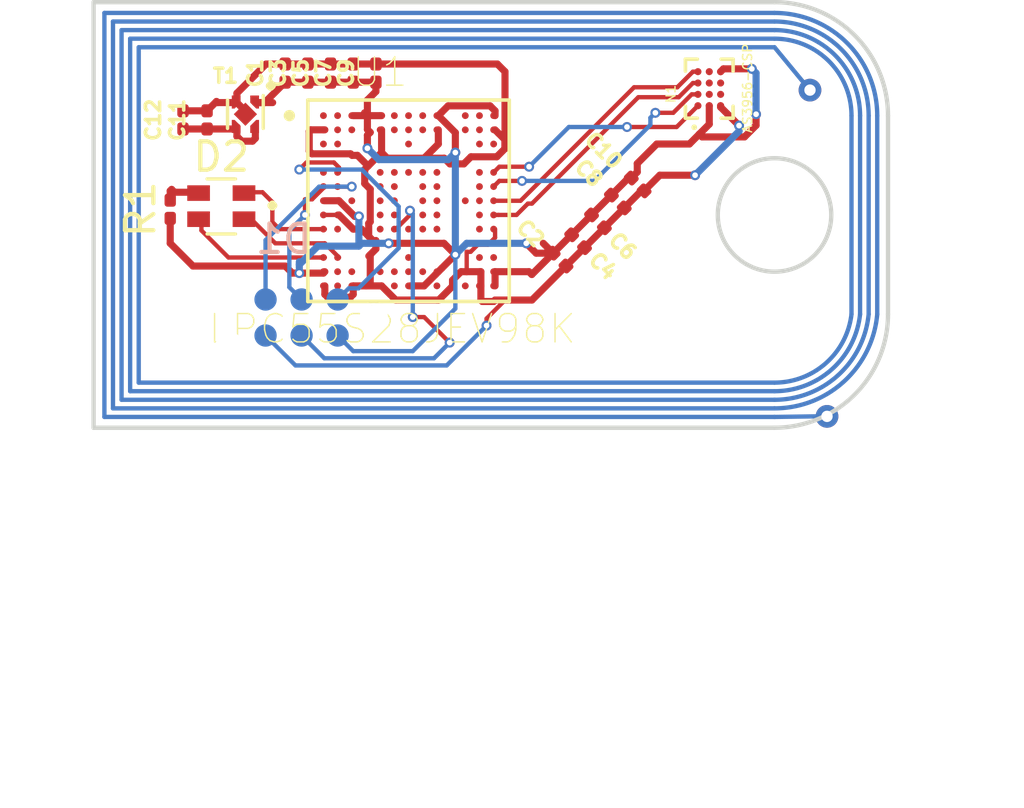
<source format=kicad_pcb>
(kicad_pcb (version 20171130) (host pcbnew "(5.1.4)-1")

  (general
    (thickness 1.6)
    (drawings 37)
    (tracks 296)
    (zones 0)
    (modules 18)
    (nets 81)
  )

  (page A4)
  (layers
    (0 F.Cu signal)
    (31 B.Cu signal)
    (32 B.Adhes user)
    (33 F.Adhes user)
    (34 B.Paste user)
    (35 F.Paste user)
    (36 B.SilkS user)
    (37 F.SilkS user)
    (38 B.Mask user)
    (39 F.Mask user)
    (41 Cmts.User user)
    (42 Eco1.User user)
    (43 Eco2.User user)
    (44 Edge.Cuts user)
    (45 Margin user)
    (46 B.CrtYd user)
    (47 F.CrtYd user)
    (48 B.Fab user)
    (49 F.Fab user hide)
  )

  (setup
    (last_trace_width 0.1524)
    (user_trace_width 0.1)
    (user_trace_width 0.1524)
    (user_trace_width 0.25)
    (trace_clearance 0.1)
    (zone_clearance 0.508)
    (zone_45_only no)
    (trace_min 0.1)
    (via_size 0.35)
    (via_drill 0.2)
    (via_min_size 0.35)
    (via_min_drill 0.2)
    (user_via 0.35 0.2)
    (uvia_size 0.35)
    (uvia_drill 0.2)
    (uvias_allowed no)
    (uvia_min_size 0.2)
    (uvia_min_drill 0.1)
    (edge_width 0.05)
    (segment_width 0.2)
    (pcb_text_width 0.3)
    (pcb_text_size 1.5 1.5)
    (mod_edge_width 0.12)
    (mod_text_size 1 1)
    (mod_text_width 0.15)
    (pad_size 1.524 1.524)
    (pad_drill 0.762)
    (pad_to_mask_clearance 0.051)
    (solder_mask_min_width 0.25)
    (aux_axis_origin 0 0)
    (visible_elements 7FFFFFFF)
    (pcbplotparams
      (layerselection 0x010fc_ffffffff)
      (usegerberextensions false)
      (usegerberattributes false)
      (usegerberadvancedattributes false)
      (creategerberjobfile false)
      (excludeedgelayer true)
      (linewidth 0.100000)
      (plotframeref false)
      (viasonmask false)
      (mode 1)
      (useauxorigin false)
      (hpglpennumber 1)
      (hpglpenspeed 20)
      (hpglpendiameter 15.000000)
      (psnegative false)
      (psa4output false)
      (plotreference true)
      (plotvalue true)
      (plotinvisibletext false)
      (padsonsilk false)
      (subtractmaskfromsilk false)
      (outputformat 1)
      (mirror false)
      (drillshape 1)
      (scaleselection 1)
      (outputdirectory ""))
  )

  (net 0 "")
  (net 1 "Net-(U1-PadA6)")
  (net 2 "Net-(U1-PadA8)")
  (net 3 "Net-(U1-PadB2)")
  (net 4 "Net-(U1-PadB3)")
  (net 5 "Net-(U1-PadB6)")
  (net 6 "Net-(U1-PadB7)")
  (net 7 "Net-(U1-PadB8)")
  (net 8 "Net-(U1-PadC1)")
  (net 9 "Net-(U1-PadC2)")
  (net 10 "Net-(U1-PadC7)")
  (net 11 "Net-(U1-PadE1)")
  (net 12 "Net-(U1-PadE5)")
  (net 13 "Net-(U1-PadE6)")
  (net 14 "Net-(U1-PadE7)")
  (net 15 "Net-(U1-PadE9)")
  (net 16 "Net-(U1-PadF8)")
  (net 17 "Net-(U1-PadF9)")
  (net 18 "Net-(U1-PadG3)")
  (net 19 "Net-(U1-PadG5)")
  (net 20 "Net-(U1-PadH5)")
  (net 21 "Net-(U1-PadH6)")
  (net 22 "Net-(U1-PadH8)")
  (net 23 "Net-(U1-PadH9)")
  (net 24 "Net-(U1-PadJ2)")
  (net 25 "Net-(U1-PadJ5)")
  (net 26 "Net-(U1-PadJ8)")
  (net 27 "Net-(U1-PadJ9)")
  (net 28 +3V3)
  (net 29 "Net-(U1-PadA7)")
  (net 30 "Net-(U1-PadA11)")
  (net 31 "Net-(U1-PadA12)")
  (net 32 GNDREF)
  (net 33 "Net-(U1-PadM2)")
  (net 34 "Net-(U1-PadN2)")
  (net 35 "Net-(U1-PadM3)")
  (net 36 "Net-(U1-PadF5)")
  (net 37 "Net-(U1-PadM5)")
  (net 38 "Net-(U1-PadF6)")
  (net 39 "Net-(U1-PadG6)")
  (net 40 "Net-(U1-PadM6)")
  (net 41 "Net-(U1-PadN6)")
  (net 42 "Net-(U1-PadJ7)")
  (net 43 "Net-(U1-PadM7)")
  (net 44 "Net-(U1-PadE8)")
  (net 45 "Net-(U1-PadG8)")
  (net 46 "Net-(U1-PadL7)")
  (net 47 "Net-(U1-PadM8)")
  (net 48 "Net-(U1-PadG9)")
  (net 49 "Net-(U1-PadN9)")
  (net 50 "Net-(U1-PadB11)")
  (net 51 "Net-(U1-PadG11)")
  (net 52 "Net-(U1-PadN11)")
  (net 53 "Net-(U1-PadB12)")
  (net 54 "Net-(U1-PadC12)")
  (net 55 "Net-(U1-PadE12)")
  (net 56 "Net-(U1-PadF12)")
  (net 57 "Net-(U1-PadG12)")
  (net 58 "Net-(U1-PadH12)")
  (net 59 "Net-(U1-PadJ12)")
  (net 60 "Net-(U1-PadL12)")
  (net 61 "Net-(U1-PadC13)")
  (net 62 "Net-(U1-PadL13)")
  (net 63 /solo/Sheet5DDC9C58/SWCLK)
  (net 64 /solo/Sheet5DDC9C58/SWDIO)
  (net 65 /solo/Sheet5DDC9C58/SWO)
  (net 66 /solo/nRESET)
  (net 67 /solo/5V)
  (net 68 "Net-(D2-Pad4)")
  (net 69 /solo/D-)
  (net 70 /solo/D+)
  (net 71 /solo/Sheet5DDC9C58/G)
  (net 72 /solo/Sheet5DDC9C58/B)
  (net 73 /solo/Sheet5DDC9C58/R)
  (net 74 /solo/Sheet5DDC9C58/SPI_SS)
  (net 75 /solo/Sheet5DDC9C58/SPI_MOSI)
  (net 76 /solo/Sheet5DDC9C58/SPI_MISO)
  (net 77 /solo/Sheet5DDC9C58/SPI_CLK)
  (net 78 "Net-(AE1-Pad1)")
  (net 79 "Net-(AE1-Pad2)")
  (net 80 "Net-(N1-PadB4)")

  (net_class Default "This is the default net class."
    (clearance 0.1)
    (trace_width 0.1)
    (via_dia 0.35)
    (via_drill 0.2)
    (uvia_dia 0.35)
    (uvia_drill 0.2)
    (diff_pair_width 0.1)
    (diff_pair_gap 0.1)
    (add_net +3V3)
    (add_net /solo/5V)
    (add_net /solo/D+)
    (add_net /solo/D-)
    (add_net /solo/Sheet5DDC9C58/B)
    (add_net /solo/Sheet5DDC9C58/G)
    (add_net /solo/Sheet5DDC9C58/R)
    (add_net /solo/Sheet5DDC9C58/SPI_CLK)
    (add_net /solo/Sheet5DDC9C58/SPI_MISO)
    (add_net /solo/Sheet5DDC9C58/SPI_MOSI)
    (add_net /solo/Sheet5DDC9C58/SPI_SS)
    (add_net /solo/Sheet5DDC9C58/SWCLK)
    (add_net /solo/Sheet5DDC9C58/SWDIO)
    (add_net /solo/Sheet5DDC9C58/SWO)
    (add_net /solo/nRESET)
    (add_net GNDREF)
    (add_net "Net-(AE1-Pad1)")
    (add_net "Net-(AE1-Pad2)")
    (add_net "Net-(D2-Pad4)")
    (add_net "Net-(N1-PadB4)")
    (add_net "Net-(U1-PadA11)")
    (add_net "Net-(U1-PadA12)")
    (add_net "Net-(U1-PadA6)")
    (add_net "Net-(U1-PadA7)")
    (add_net "Net-(U1-PadA8)")
    (add_net "Net-(U1-PadB11)")
    (add_net "Net-(U1-PadB12)")
    (add_net "Net-(U1-PadB2)")
    (add_net "Net-(U1-PadB3)")
    (add_net "Net-(U1-PadB6)")
    (add_net "Net-(U1-PadB7)")
    (add_net "Net-(U1-PadB8)")
    (add_net "Net-(U1-PadC1)")
    (add_net "Net-(U1-PadC12)")
    (add_net "Net-(U1-PadC13)")
    (add_net "Net-(U1-PadC2)")
    (add_net "Net-(U1-PadC7)")
    (add_net "Net-(U1-PadE1)")
    (add_net "Net-(U1-PadE12)")
    (add_net "Net-(U1-PadE5)")
    (add_net "Net-(U1-PadE6)")
    (add_net "Net-(U1-PadE7)")
    (add_net "Net-(U1-PadE8)")
    (add_net "Net-(U1-PadE9)")
    (add_net "Net-(U1-PadF12)")
    (add_net "Net-(U1-PadF5)")
    (add_net "Net-(U1-PadF6)")
    (add_net "Net-(U1-PadF8)")
    (add_net "Net-(U1-PadF9)")
    (add_net "Net-(U1-PadG11)")
    (add_net "Net-(U1-PadG12)")
    (add_net "Net-(U1-PadG3)")
    (add_net "Net-(U1-PadG5)")
    (add_net "Net-(U1-PadG6)")
    (add_net "Net-(U1-PadG8)")
    (add_net "Net-(U1-PadG9)")
    (add_net "Net-(U1-PadH12)")
    (add_net "Net-(U1-PadH5)")
    (add_net "Net-(U1-PadH6)")
    (add_net "Net-(U1-PadH8)")
    (add_net "Net-(U1-PadH9)")
    (add_net "Net-(U1-PadJ12)")
    (add_net "Net-(U1-PadJ2)")
    (add_net "Net-(U1-PadJ5)")
    (add_net "Net-(U1-PadJ7)")
    (add_net "Net-(U1-PadJ8)")
    (add_net "Net-(U1-PadJ9)")
    (add_net "Net-(U1-PadL12)")
    (add_net "Net-(U1-PadL13)")
    (add_net "Net-(U1-PadL7)")
    (add_net "Net-(U1-PadM2)")
    (add_net "Net-(U1-PadM3)")
    (add_net "Net-(U1-PadM5)")
    (add_net "Net-(U1-PadM6)")
    (add_net "Net-(U1-PadM7)")
    (add_net "Net-(U1-PadM8)")
    (add_net "Net-(U1-PadN11)")
    (add_net "Net-(U1-PadN2)")
    (add_net "Net-(U1-PadN6)")
    (add_net "Net-(U1-PadN9)")
  )

  (module solo:BGA98C50P13X13_700X700X97N (layer F.Cu) (tedit 5DDD8991) (tstamp 5DDE70E1)
    (at 129.35 52)
    (path /5DDFB633/5DDC9C59/5DDC9D9F)
    (attr smd)
    (fp_text reference U1 (at -1.01 -4.535) (layer F.SilkS)
      (effects (font (size 1 1) (thickness 0.05)))
    )
    (fp_text value LPC55S28JEV98K (at -0.575 4.515) (layer F.SilkS)
      (effects (font (size 1 1) (thickness 0.05)))
    )
    (fp_line (start -3.8 3.8) (end -3.8 -3.8) (layer Eco1.User) (width 0.05))
    (fp_line (start 3.8 3.8) (end -3.8 3.8) (layer Eco1.User) (width 0.05))
    (fp_line (start 3.8 -3.8) (end 3.8 3.8) (layer Eco1.User) (width 0.05))
    (fp_line (start -3.8 -3.8) (end 3.8 -3.8) (layer Eco1.User) (width 0.05))
    (fp_circle (center -4.2 -3) (end -4.1 -3) (layer Eco2.User) (width 0.2))
    (fp_circle (center -4.2 -3) (end -4.1 -3) (layer F.SilkS) (width 0.2))
    (fp_line (start -3.55 3.55) (end -3.55 -3.55) (layer F.SilkS) (width 0.127))
    (fp_line (start 3.55 3.55) (end -3.55 3.55) (layer F.SilkS) (width 0.127))
    (fp_line (start 3.55 -3.55) (end 3.55 3.55) (layer F.SilkS) (width 0.127))
    (fp_line (start -3.55 -3.55) (end 3.55 -3.55) (layer F.SilkS) (width 0.127))
    (fp_line (start -3.55 3.55) (end -3.55 -3.55) (layer Eco2.User) (width 0.127))
    (fp_line (start 3.55 3.55) (end -3.55 3.55) (layer Eco2.User) (width 0.127))
    (fp_line (start 3.55 -3.55) (end 3.55 3.55) (layer Eco2.User) (width 0.127))
    (fp_line (start -3.55 -3.55) (end 3.55 -3.55) (layer Eco2.User) (width 0.127))
    (pad N13 smd circle (at 3 3) (size 0.24 0.24) (layers F.Cu F.Paste F.Mask)
      (net 28 +3V3))
    (pad M13 smd circle (at 3 2.5) (size 0.24 0.24) (layers F.Cu F.Paste F.Mask)
      (net 28 +3V3))
    (pad L13 smd circle (at 3 2) (size 0.24 0.24) (layers F.Cu F.Paste F.Mask)
      (net 62 "Net-(U1-PadL13)"))
    (pad J13 smd circle (at 3 1) (size 0.24 0.24) (layers F.Cu F.Paste F.Mask)
      (net 32 GNDREF))
    (pad H13 smd circle (at 3 0.5) (size 0.24 0.24) (layers F.Cu F.Paste F.Mask)
      (net 77 /solo/Sheet5DDC9C58/SPI_CLK))
    (pad G13 smd circle (at 3 0) (size 0.24 0.24) (layers F.Cu F.Paste F.Mask)
      (net 76 /solo/Sheet5DDC9C58/SPI_MISO))
    (pad F13 smd circle (at 3 -0.5) (size 0.24 0.24) (layers F.Cu F.Paste F.Mask)
      (net 75 /solo/Sheet5DDC9C58/SPI_MOSI))
    (pad E13 smd circle (at 3 -1) (size 0.24 0.24) (layers F.Cu F.Paste F.Mask)
      (net 74 /solo/Sheet5DDC9C58/SPI_SS))
    (pad C13 smd circle (at 3 -2) (size 0.24 0.24) (layers F.Cu F.Paste F.Mask)
      (net 61 "Net-(U1-PadC13)"))
    (pad B13 smd circle (at 3 -2.5) (size 0.24 0.24) (layers F.Cu F.Paste F.Mask)
      (net 32 GNDREF))
    (pad N12 smd circle (at 2.5 3) (size 0.24 0.24) (layers F.Cu F.Paste F.Mask)
      (net 32 GNDREF))
    (pad M12 smd circle (at 2.5 2.5) (size 0.24 0.24) (layers F.Cu F.Paste F.Mask)
      (net 32 GNDREF))
    (pad L12 smd circle (at 2.5 2) (size 0.24 0.24) (layers F.Cu F.Paste F.Mask)
      (net 60 "Net-(U1-PadL12)"))
    (pad J12 smd circle (at 2.5 1) (size 0.24 0.24) (layers F.Cu F.Paste F.Mask)
      (net 59 "Net-(U1-PadJ12)"))
    (pad H12 smd circle (at 2.5 0.5) (size 0.24 0.24) (layers F.Cu F.Paste F.Mask)
      (net 58 "Net-(U1-PadH12)"))
    (pad G12 smd circle (at 2.5 0) (size 0.24 0.24) (layers F.Cu F.Paste F.Mask)
      (net 57 "Net-(U1-PadG12)"))
    (pad F12 smd circle (at 2.5 -0.5) (size 0.24 0.24) (layers F.Cu F.Paste F.Mask)
      (net 56 "Net-(U1-PadF12)"))
    (pad E12 smd circle (at 2.5 -1) (size 0.24 0.24) (layers F.Cu F.Paste F.Mask)
      (net 55 "Net-(U1-PadE12)"))
    (pad C12 smd circle (at 2.5 -2) (size 0.24 0.24) (layers F.Cu F.Paste F.Mask)
      (net 54 "Net-(U1-PadC12)"))
    (pad B12 smd circle (at 2.5 -2.5) (size 0.24 0.24) (layers F.Cu F.Paste F.Mask)
      (net 53 "Net-(U1-PadB12)"))
    (pad N11 smd circle (at 2 3) (size 0.24 0.24) (layers F.Cu F.Paste F.Mask)
      (net 52 "Net-(U1-PadN11)"))
    (pad M11 smd circle (at 2 2.5) (size 0.24 0.24) (layers F.Cu F.Paste F.Mask)
      (net 32 GNDREF))
    (pad G11 smd circle (at 2 0) (size 0.24 0.24) (layers F.Cu F.Paste F.Mask)
      (net 51 "Net-(U1-PadG11)"))
    (pad B11 smd circle (at 2 -2.5) (size 0.24 0.24) (layers F.Cu F.Paste F.Mask)
      (net 50 "Net-(U1-PadB11)"))
    (pad N9 smd circle (at 1 3) (size 0.24 0.24) (layers F.Cu F.Paste F.Mask)
      (net 49 "Net-(U1-PadN9)"))
    (pad M9 smd circle (at 1 2.5) (size 0.24 0.24) (layers F.Cu F.Paste F.Mask)
      (net 28 +3V3))
    (pad J9 smd circle (at 1 1) (size 0.24 0.24) (layers F.Cu F.Paste F.Mask)
      (net 27 "Net-(U1-PadJ9)"))
    (pad H9 smd circle (at 1 0.5) (size 0.24 0.24) (layers F.Cu F.Paste F.Mask)
      (net 23 "Net-(U1-PadH9)"))
    (pad G9 smd circle (at 1 0) (size 0.24 0.24) (layers F.Cu F.Paste F.Mask)
      (net 48 "Net-(U1-PadG9)"))
    (pad F9 smd circle (at 1 -0.5) (size 0.24 0.24) (layers F.Cu F.Paste F.Mask)
      (net 17 "Net-(U1-PadF9)"))
    (pad E9 smd circle (at 1 -1) (size 0.24 0.24) (layers F.Cu F.Paste F.Mask)
      (net 15 "Net-(U1-PadE9)"))
    (pad B9 smd circle (at 1 -2.5) (size 0.24 0.24) (layers F.Cu F.Paste F.Mask)
      (net 32 GNDREF))
    (pad N8 smd circle (at 0.5 3) (size 0.24 0.24) (layers F.Cu F.Paste F.Mask)
      (net 28 +3V3))
    (pad M8 smd circle (at 0.5 2.5) (size 0.24 0.24) (layers F.Cu F.Paste F.Mask)
      (net 47 "Net-(U1-PadM8)"))
    (pad L7 smd circle (at 0 2) (size 0.24 0.24) (layers F.Cu F.Paste F.Mask)
      (net 46 "Net-(U1-PadL7)"))
    (pad J8 smd circle (at 0.5 1) (size 0.24 0.24) (layers F.Cu F.Paste F.Mask)
      (net 26 "Net-(U1-PadJ8)"))
    (pad H8 smd circle (at 0.5 0.5) (size 0.24 0.24) (layers F.Cu F.Paste F.Mask)
      (net 22 "Net-(U1-PadH8)"))
    (pad G8 smd circle (at 0.5 0) (size 0.24 0.24) (layers F.Cu F.Paste F.Mask)
      (net 45 "Net-(U1-PadG8)"))
    (pad F8 smd circle (at 0.5 -0.5) (size 0.24 0.24) (layers F.Cu F.Paste F.Mask)
      (net 16 "Net-(U1-PadF8)"))
    (pad E8 smd circle (at 0.5 -1) (size 0.24 0.24) (layers F.Cu F.Paste F.Mask)
      (net 44 "Net-(U1-PadE8)"))
    (pad B8 smd circle (at 0.5 -2.5) (size 0.24 0.24) (layers F.Cu F.Paste F.Mask)
      (net 7 "Net-(U1-PadB8)"))
    (pad N7 smd circle (at 0 3) (size 0.24 0.24) (layers F.Cu F.Paste F.Mask)
      (net 28 +3V3))
    (pad M7 smd circle (at 0 2.5) (size 0.24 0.24) (layers F.Cu F.Paste F.Mask)
      (net 43 "Net-(U1-PadM7)"))
    (pad J7 smd circle (at 0 1) (size 0.24 0.24) (layers F.Cu F.Paste F.Mask)
      (net 42 "Net-(U1-PadJ7)"))
    (pad E7 smd circle (at 0 -1) (size 0.24 0.24) (layers F.Cu F.Paste F.Mask)
      (net 14 "Net-(U1-PadE7)"))
    (pad C7 smd circle (at 0 -2) (size 0.24 0.24) (layers F.Cu F.Paste F.Mask)
      (net 10 "Net-(U1-PadC7)"))
    (pad B7 smd circle (at 0 -2.5) (size 0.24 0.24) (layers F.Cu F.Paste F.Mask)
      (net 6 "Net-(U1-PadB7)"))
    (pad N6 smd circle (at -0.5 3) (size 0.24 0.24) (layers F.Cu F.Paste F.Mask)
      (net 41 "Net-(U1-PadN6)"))
    (pad M6 smd circle (at -0.5 2.5) (size 0.24 0.24) (layers F.Cu F.Paste F.Mask)
      (net 40 "Net-(U1-PadM6)"))
    (pad J6 smd circle (at -0.5 1) (size 0.24 0.24) (layers F.Cu F.Paste F.Mask)
      (net 66 /solo/nRESET))
    (pad H6 smd circle (at -0.5 0.5) (size 0.24 0.24) (layers F.Cu F.Paste F.Mask)
      (net 21 "Net-(U1-PadH6)"))
    (pad G6 smd circle (at -0.5 0) (size 0.24 0.24) (layers F.Cu F.Paste F.Mask)
      (net 39 "Net-(U1-PadG6)"))
    (pad F6 smd circle (at -0.5 -0.5) (size 0.24 0.24) (layers F.Cu F.Paste F.Mask)
      (net 38 "Net-(U1-PadF6)"))
    (pad E6 smd circle (at -0.5 -1) (size 0.24 0.24) (layers F.Cu F.Paste F.Mask)
      (net 13 "Net-(U1-PadE6)"))
    (pad B6 smd circle (at -0.5 -2.5) (size 0.24 0.24) (layers F.Cu F.Paste F.Mask)
      (net 5 "Net-(U1-PadB6)"))
    (pad N5 smd circle (at -1 3) (size 0.24 0.24) (layers F.Cu F.Paste F.Mask)
      (net 32 GNDREF))
    (pad M5 smd circle (at -1 2.5) (size 0.24 0.24) (layers F.Cu F.Paste F.Mask)
      (net 37 "Net-(U1-PadM5)"))
    (pad J5 smd circle (at -1 1) (size 0.24 0.24) (layers F.Cu F.Paste F.Mask)
      (net 25 "Net-(U1-PadJ5)"))
    (pad H5 smd circle (at -1 0.5) (size 0.24 0.24) (layers F.Cu F.Paste F.Mask)
      (net 20 "Net-(U1-PadH5)"))
    (pad G5 smd circle (at -1 0) (size 0.24 0.24) (layers F.Cu F.Paste F.Mask)
      (net 19 "Net-(U1-PadG5)"))
    (pad F5 smd circle (at -1 -0.5) (size 0.24 0.24) (layers F.Cu F.Paste F.Mask)
      (net 36 "Net-(U1-PadF5)"))
    (pad E5 smd circle (at -1 -1) (size 0.24 0.24) (layers F.Cu F.Paste F.Mask)
      (net 12 "Net-(U1-PadE5)"))
    (pad B5 smd circle (at -1 -2.5) (size 0.24 0.24) (layers F.Cu F.Paste F.Mask)
      (net 32 GNDREF))
    (pad N3 smd circle (at -2 3) (size 0.24 0.24) (layers F.Cu F.Paste F.Mask)
      (net 32 GNDREF))
    (pad M3 smd circle (at -2 2.5) (size 0.24 0.24) (layers F.Cu F.Paste F.Mask)
      (net 35 "Net-(U1-PadM3)"))
    (pad G3 smd circle (at -2 0) (size 0.24 0.24) (layers F.Cu F.Paste F.Mask)
      (net 18 "Net-(U1-PadG3)"))
    (pad B3 smd circle (at -2 -2.5) (size 0.24 0.24) (layers F.Cu F.Paste F.Mask)
      (net 4 "Net-(U1-PadB3)"))
    (pad N2 smd circle (at -2.5 3) (size 0.24 0.24) (layers F.Cu F.Paste F.Mask)
      (net 34 "Net-(U1-PadN2)"))
    (pad M2 smd circle (at -2.5 2.5) (size 0.24 0.24) (layers F.Cu F.Paste F.Mask)
      (net 33 "Net-(U1-PadM2)"))
    (pad L2 smd circle (at -2.5 2) (size 0.24 0.24) (layers F.Cu F.Paste F.Mask)
      (net 71 /solo/Sheet5DDC9C58/G))
    (pad J2 smd circle (at -2.5 1) (size 0.24 0.24) (layers F.Cu F.Paste F.Mask)
      (net 24 "Net-(U1-PadJ2)"))
    (pad H2 smd circle (at -2.5 0.5) (size 0.24 0.24) (layers F.Cu F.Paste F.Mask)
      (net 32 GNDREF))
    (pad G2 smd circle (at -2.5 0) (size 0.24 0.24) (layers F.Cu F.Paste F.Mask)
      (net 28 +3V3))
    (pad F2 smd circle (at -2.5 -0.5) (size 0.24 0.24) (layers F.Cu F.Paste F.Mask)
      (net 65 /solo/Sheet5DDC9C58/SWO))
    (pad E2 smd circle (at -2.5 -1) (size 0.24 0.24) (layers F.Cu F.Paste F.Mask)
      (net 64 /solo/Sheet5DDC9C58/SWDIO))
    (pad C2 smd circle (at -2.5 -2) (size 0.24 0.24) (layers F.Cu F.Paste F.Mask)
      (net 9 "Net-(U1-PadC2)"))
    (pad B2 smd circle (at -2.5 -2.5) (size 0.24 0.24) (layers F.Cu F.Paste F.Mask)
      (net 3 "Net-(U1-PadB2)"))
    (pad N1 smd circle (at -3 3) (size 0.24 0.24) (layers F.Cu F.Paste F.Mask)
      (net 32 GNDREF))
    (pad M1 smd circle (at -3 2.5) (size 0.24 0.24) (layers F.Cu F.Paste F.Mask)
      (net 28 +3V3))
    (pad L1 smd circle (at -3 2) (size 0.24 0.24) (layers F.Cu F.Paste F.Mask)
      (net 73 /solo/Sheet5DDC9C58/R))
    (pad J1 smd circle (at -3 1) (size 0.24 0.24) (layers F.Cu F.Paste F.Mask)
      (net 72 /solo/Sheet5DDC9C58/B))
    (pad H1 smd circle (at -3 0.5) (size 0.24 0.24) (layers F.Cu F.Paste F.Mask)
      (net 32 GNDREF))
    (pad G1 smd circle (at -3 0) (size 0.24 0.24) (layers F.Cu F.Paste F.Mask)
      (net 28 +3V3))
    (pad F1 smd circle (at -3 -0.5) (size 0.24 0.24) (layers F.Cu F.Paste F.Mask)
      (net 63 /solo/Sheet5DDC9C58/SWCLK))
    (pad E1 smd circle (at -3 -1) (size 0.24 0.24) (layers F.Cu F.Paste F.Mask)
      (net 11 "Net-(U1-PadE1)"))
    (pad C1 smd circle (at -3 -2) (size 0.24 0.24) (layers F.Cu F.Paste F.Mask)
      (net 8 "Net-(U1-PadC1)"))
    (pad B1 smd circle (at -3 -2.5) (size 0.24 0.24) (layers F.Cu F.Paste F.Mask)
      (net 32 GNDREF))
    (pad A13 smd circle (at 3 -3) (size 0.24 0.24) (layers F.Cu F.Paste F.Mask)
      (net 28 +3V3))
    (pad A12 smd circle (at 2.5 -3) (size 0.24 0.24) (layers F.Cu F.Paste F.Mask)
      (net 31 "Net-(U1-PadA12)"))
    (pad A11 smd circle (at 2 -3) (size 0.24 0.24) (layers F.Cu F.Paste F.Mask)
      (net 30 "Net-(U1-PadA11)"))
    (pad A9 smd circle (at 1 -3) (size 0.24 0.24) (layers F.Cu F.Paste F.Mask)
      (net 28 +3V3))
    (pad A8 smd circle (at 0.5 -3) (size 0.24 0.24) (layers F.Cu F.Paste F.Mask)
      (net 2 "Net-(U1-PadA8)"))
    (pad A7 smd circle (at 0 -3) (size 0.24 0.24) (layers F.Cu F.Paste F.Mask)
      (net 29 "Net-(U1-PadA7)"))
    (pad A6 smd circle (at -0.5 -3) (size 0.24 0.24) (layers F.Cu F.Paste F.Mask)
      (net 1 "Net-(U1-PadA6)"))
    (pad A5 smd circle (at -1 -3) (size 0.24 0.24) (layers F.Cu F.Paste F.Mask)
      (net 28 +3V3))
    (pad A3 smd circle (at -2 -3) (size 0.24 0.24) (layers F.Cu F.Paste F.Mask)
      (net 28 +3V3))
    (pad A2 smd circle (at -2.5 -3) (size 0.24 0.24) (layers F.Cu F.Paste F.Mask)
      (net 70 /solo/D+))
    (pad A1 smd circle (at -3 -3) (size 0.24 0.24) (layers F.Cu F.Paste F.Mask)
      (net 69 /solo/D-))
    (model C:/Users/conor/Desktop/solo-hw/3d/lpc55.step
      (offset (xyz -3.5 -3.5 0))
      (scale (xyz 1 1 1))
      (rotate (xyz 0 0 0))
    )
  )

  (module solo:Texas_X2SON-4_1x1mm_P0.65mm (layer F.Cu) (tedit 5DDD8848) (tstamp 5DDE5CA7)
    (at 123.6 48.95 270)
    (descr "X2SON 5 pin 1x1mm package (Reference Datasheet: http://www.ti.com/lit/ds/sbvs193d/sbvs193d.pdf Reference part: TPS383x) [StepUp generated footprint]")
    (tags X2SON)
    (path /5DDFB633/5DE432E5)
    (attr smd)
    (fp_text reference T1 (at -1.35 0.7 180) (layer F.SilkS)
      (effects (font (size 0.5 0.5) (thickness 0.125)))
    )
    (fp_text value TLV742p (at 0 1.5 90) (layer F.Fab)
      (effects (font (size 0.6 0.6) (thickness 0.1)))
    )
    (fp_text user · (at -1 -0.825 90) (layer F.SilkS)
      (effects (font (size 1 1) (thickness 0.25)))
    )
    (fp_line (start -0.5 0.63) (end 0.5 0.63) (layer F.SilkS) (width 0.12))
    (fp_line (start -0.66 -0.63) (end 0.5 -0.63) (layer F.SilkS) (width 0.12))
    (fp_line (start -0.91 0.75) (end -0.91 -0.75) (layer F.CrtYd) (width 0.05))
    (fp_line (start 0.91 0.75) (end -0.91 0.75) (layer F.CrtYd) (width 0.05))
    (fp_line (start 0.91 -0.75) (end 0.91 0.75) (layer F.CrtYd) (width 0.05))
    (fp_line (start -0.91 -0.75) (end 0.91 -0.75) (layer F.CrtYd) (width 0.05))
    (fp_line (start 0.5 -0.5) (end 0.5 0.5) (layer F.Fab) (width 0.1))
    (fp_line (start -0.25 -0.5) (end 0.5 -0.5) (layer F.Fab) (width 0.1))
    (fp_line (start -0.5 -0.25) (end -0.25 -0.5) (layer F.Fab) (width 0.1))
    (fp_line (start -0.5 0.5) (end -0.5 -0.25) (layer F.Fab) (width 0.1))
    (fp_line (start 0.5 0.5) (end -0.5 0.5) (layer F.Fab) (width 0.1))
    (fp_text user %R (at 0 0 90) (layer F.Fab)
      (effects (font (size 0.2 0.2) (thickness 0.04)))
    )
    (pad 5 smd rect (at 0 0 315) (size 0.58 0.58) (layers F.Cu F.Paste F.Mask)
      (net 32 GNDREF) (solder_mask_margin -0.05) (solder_paste_margin -0.065) (solder_paste_margin_ratio -0.00000001))
    (pad "" smd custom (at -0.43 0.325 270) (size 0.148492 0.148492) (layers F.Paste)
      (options (clearance outline) (anchor circle))
      (primitives
        (gr_poly (pts
           (xy 0.18 0.075) (xy 0.18 0.105) (xy -0.22 0.105) (xy -0.22 -0.105) (xy 0 -0.105)
) (width 0))
      ))
    (pad "" smd custom (at 0.43 0.325 270) (size 0.148492 0.148492) (layers F.Paste)
      (options (clearance outline) (anchor circle))
      (primitives
        (gr_poly (pts
           (xy 0 -0.105) (xy -0.18 0.075) (xy -0.18 0.105) (xy 0.22 0.105) (xy 0.22 -0.105)
) (width 0))
      ))
    (pad "" smd custom (at 0.43 -0.325 270) (size 0.148492 0.148492) (layers F.Paste)
      (options (clearance outline) (anchor circle))
      (primitives
        (gr_poly (pts
           (xy 0.22 -0.105) (xy 0.22 0.105) (xy 0 0.105) (xy -0.18 -0.075) (xy -0.18 -0.105)
) (width 0))
      ))
    (pad "" smd custom (at -0.43 -0.325 270) (size 0.148492 0.148492) (layers F.Paste)
      (options (clearance outline) (anchor circle))
      (primitives
        (gr_poly (pts
           (xy 0 0.105) (xy 0.18 -0.075) (xy 0.18 -0.105) (xy -0.22 -0.105) (xy -0.22 0.105)
) (width 0))
      ))
    (pad 2 smd custom (at -0.43 0.325 270) (size 0.148492 0.148492) (layers F.Cu)
      (net 32 GNDREF) (zone_connect 2)
      (options (clearance outline) (anchor circle))
      (primitives
        (gr_poly (pts
           (xy 0.23 0.054289) (xy 0.23 0.155) (xy -0.23 0.155) (xy -0.23 -0.155) (xy 0.020711 -0.155)
) (width 0))
      ))
    (pad 3 smd custom (at 0.43 0.325 270) (size 0.148492 0.148492) (layers F.Cu)
      (net 67 /solo/5V) (zone_connect 2)
      (options (clearance outline) (anchor circle))
      (primitives
        (gr_poly (pts
           (xy 0.23 0.155) (xy 0.23 -0.155) (xy -0.020711 -0.155) (xy -0.23 0.054289) (xy -0.23 0.155)
) (width 0))
      ))
    (pad 4 smd custom (at 0.43 -0.325 270) (size 0.148492 0.148492) (layers F.Cu)
      (net 67 /solo/5V) (zone_connect 2)
      (options (clearance outline) (anchor circle))
      (primitives
        (gr_poly (pts
           (xy -0.23 -0.155) (xy 0.23 -0.155) (xy 0.23 0.155) (xy -0.020711 0.155) (xy -0.23 -0.054289)
) (width 0))
      ))
    (pad 1 smd custom (at -0.43 -0.325 270) (size 0.148492 0.148492) (layers F.Cu)
      (net 28 +3V3) (zone_connect 2)
      (options (clearance outline) (anchor circle))
      (primitives
        (gr_poly (pts
           (xy 0.23 -0.155) (xy -0.23 -0.155) (xy -0.23 0.155) (xy 0.020711 0.155) (xy 0.23 -0.054289)
) (width 0))
      ))
    (pad "" smd custom (at -0.43 0.325 270) (size 0.148492 0.148492) (layers F.Mask)
      (options (clearance outline) (anchor circle))
      (primitives
        (gr_poly (pts
           (xy 0.18 0.105) (xy 0.18 0.075) (xy 0 -0.105) (xy 0.18 0.075) (xy 0 -0.105)
           (xy -0.18 -0.105) (xy -0.18 0.105)) (width 0))
      ))
    (pad "" smd custom (at 0.43 0.325 270) (size 0.148492 0.148492) (layers F.Mask)
      (options (clearance outline) (anchor circle))
      (primitives
        (gr_poly (pts
           (xy -0.18 0.105) (xy -0.18 0.075) (xy 0 -0.105) (xy -0.18 0.075) (xy 0 -0.105)
           (xy 0.18 -0.105) (xy 0.18 0.105)) (width 0))
      ))
    (pad "" smd custom (at 0.43 -0.325 270) (size 0.148492 0.148492) (layers F.Mask)
      (options (clearance outline) (anchor circle))
      (primitives
        (gr_poly (pts
           (xy -0.18 -0.105) (xy -0.18 -0.075) (xy 0 0.105) (xy -0.18 -0.075) (xy 0 0.105)
           (xy 0.18 0.105) (xy 0.18 -0.105)) (width 0))
      ))
    (pad "" smd custom (at -0.43 -0.325 270) (size 0.148492 0.148492) (layers F.Mask)
      (options (clearance outline) (anchor circle))
      (primitives
        (gr_poly (pts
           (xy 0.18 -0.105) (xy 0.18 -0.075) (xy 0 0.105) (xy 0.18 -0.075) (xy 0 0.105)
           (xy -0.18 0.105) (xy -0.18 -0.105)) (width 0))
      ))
    (model C:/Users/conor/Desktop/solo-hw/3d/tlv742p.step
      (offset (xyz -0.5 -0.5 0))
      (scale (xyz 1 1 1))
      (rotate (xyz 0 0 0))
    )
  )

  (module solo:RGB_LED_606 (layer F.Cu) (tedit 5DDD85FB) (tstamp 5DDE529A)
    (at 122.75 52.2)
    (descr "Precision Thin Film Chip Resistor Array, VISHAY (see http://www.vishay.com/docs/28770/acasat.pdf)")
    (tags "resistor array")
    (path /5DDFB633/5DEA821A)
    (attr smd)
    (fp_text reference D2 (at 0 -1.75) (layer F.SilkS)
      (effects (font (size 1 1) (thickness 0.15)))
    )
    (fp_text value LED_RGBA (at 0 2.1) (layer F.Fab)
      (effects (font (size 1 1) (thickness 0.15)))
    )
    (fp_text user · (at 1.8 -0.1) (layer F.SilkS)
      (effects (font (size 1 1) (thickness 0.25)))
    )
    (fp_text user %R (at 0 -1.75) (layer F.Fab)
      (effects (font (size 1 1) (thickness 0.15)))
    )
    (fp_line (start -0.8 -0.8) (end 0.8 -0.8) (layer F.Fab) (width 0.1))
    (fp_line (start 0.8 -0.8) (end 0.8 0.8) (layer F.Fab) (width 0.1))
    (fp_line (start 0.8 0.775) (end -0.8 0.775) (layer F.Fab) (width 0.1))
    (fp_line (start -0.8 0.8) (end -0.8 -0.8) (layer F.Fab) (width 0.1))
    (fp_line (start 0.5 0.97) (end -0.5 0.97) (layer F.SilkS) (width 0.12))
    (fp_line (start 0.5 -0.97) (end -0.5 -0.97) (layer F.SilkS) (width 0.12))
    (fp_line (start -1.3 -1.05) (end 1.3 -1.05) (layer F.CrtYd) (width 0.05))
    (fp_line (start -1.3 -1.05) (end -1.3 1.05) (layer F.CrtYd) (width 0.05))
    (fp_line (start 1.3 1.05) (end 1.3 -1.05) (layer F.CrtYd) (width 0.05))
    (fp_line (start 1.3 1.05) (end -1.3 1.05) (layer F.CrtYd) (width 0.05))
    (pad 2 smd rect (at -0.8 -0.47) (size 0.8 0.55) (layers F.Cu F.Paste F.Mask)
      (net 71 /solo/Sheet5DDC9C58/G))
    (pad 1 smd rect (at -0.8 0.45) (size 0.8 0.55) (layers F.Cu F.Paste F.Mask)
      (net 72 /solo/Sheet5DDC9C58/B))
    (pad 4 smd rect (at 0.8 0.45) (size 0.8 0.55) (layers F.Cu F.Paste F.Mask)
      (net 68 "Net-(D2-Pad4)"))
    (pad 3 smd rect (at 0.8 -0.47) (size 0.8 0.55) (layers F.Cu F.Paste F.Mask)
      (net 73 /solo/Sheet5DDC9C58/R))
    (model C:/Users/conor/Desktop/solo-hw/3d/EAST1616RGBB4.step
      (offset (xyz -0.8 -0.75 0))
      (scale (xyz 1 1 1))
      (rotate (xyz 0 0 0))
    )
  )

  (module Resistor_SMD:R_0201_0603Metric (layer F.Cu) (tedit 5B301BBD) (tstamp 5DDE2329)
    (at 120.95 52.3 90)
    (descr "Resistor SMD 0201 (0603 Metric), square (rectangular) end terminal, IPC_7351 nominal, (Body size source: https://www.vishay.com/docs/20052/crcw0201e3.pdf), generated with kicad-footprint-generator")
    (tags resistor)
    (path /5DDFB633/5DEAFB61)
    (attr smd)
    (fp_text reference R1 (at 0 -1.05 90) (layer F.SilkS)
      (effects (font (size 1 1) (thickness 0.15)))
    )
    (fp_text value 180R (at 0 1.05 90) (layer F.Fab)
      (effects (font (size 1 1) (thickness 0.15)))
    )
    (fp_text user %R (at 0 -0.68 90) (layer F.Fab)
      (effects (font (size 0.25 0.25) (thickness 0.04)))
    )
    (fp_line (start 0.7 0.35) (end -0.7 0.35) (layer F.CrtYd) (width 0.05))
    (fp_line (start 0.7 -0.35) (end 0.7 0.35) (layer F.CrtYd) (width 0.05))
    (fp_line (start -0.7 -0.35) (end 0.7 -0.35) (layer F.CrtYd) (width 0.05))
    (fp_line (start -0.7 0.35) (end -0.7 -0.35) (layer F.CrtYd) (width 0.05))
    (fp_line (start 0.3 0.15) (end -0.3 0.15) (layer F.Fab) (width 0.1))
    (fp_line (start 0.3 -0.15) (end 0.3 0.15) (layer F.Fab) (width 0.1))
    (fp_line (start -0.3 -0.15) (end 0.3 -0.15) (layer F.Fab) (width 0.1))
    (fp_line (start -0.3 0.15) (end -0.3 -0.15) (layer F.Fab) (width 0.1))
    (pad 2 smd roundrect (at 0.32 0 90) (size 0.46 0.4) (layers F.Cu F.Mask) (roundrect_rratio 0.25)
      (net 68 "Net-(D2-Pad4)"))
    (pad 1 smd roundrect (at -0.32 0 90) (size 0.46 0.4) (layers F.Cu F.Mask) (roundrect_rratio 0.25)
      (net 28 +3V3))
    (pad "" smd roundrect (at 0.345 0 90) (size 0.318 0.36) (layers F.Paste) (roundrect_rratio 0.25))
    (pad "" smd roundrect (at -0.345 0 90) (size 0.318 0.36) (layers F.Paste) (roundrect_rratio 0.25))
    (model ${KISYS3DMOD}/Resistor_SMD.3dshapes/R_0201_0603Metric.wrl
      (at (xyz 0 0 0))
      (scale (xyz 1 1 1))
      (rotate (xyz 0 0 0))
    )
  )

  (module Capacitor_SMD:C_0201_0603Metric (layer F.Cu) (tedit 5B301BBE) (tstamp 5DDDD46F)
    (at 121.4 49.15 90)
    (descr "Capacitor SMD 0201 (0603 Metric), square (rectangular) end terminal, IPC_7351 nominal, (Body size source: https://www.vishay.com/docs/20052/crcw0201e3.pdf), generated with kicad-footprint-generator")
    (tags capacitor)
    (path /5DDFB633/5DE8ED7B)
    (attr smd)
    (fp_text reference C12 (at 0 -1.05 90) (layer F.SilkS)
      (effects (font (size 0.5 0.5) (thickness 0.125)))
    )
    (fp_text value 4.7u (at 0 1.05 90) (layer F.Fab)
      (effects (font (size 1 1) (thickness 0.15)))
    )
    (fp_text user %R (at 0 -0.68 90) (layer F.Fab)
      (effects (font (size 0.25 0.25) (thickness 0.04)))
    )
    (fp_line (start 0.7 0.35) (end -0.7 0.35) (layer F.CrtYd) (width 0.05))
    (fp_line (start 0.7 -0.35) (end 0.7 0.35) (layer F.CrtYd) (width 0.05))
    (fp_line (start -0.7 -0.35) (end 0.7 -0.35) (layer F.CrtYd) (width 0.05))
    (fp_line (start -0.7 0.35) (end -0.7 -0.35) (layer F.CrtYd) (width 0.05))
    (fp_line (start 0.3 0.15) (end -0.3 0.15) (layer F.Fab) (width 0.1))
    (fp_line (start 0.3 -0.15) (end 0.3 0.15) (layer F.Fab) (width 0.1))
    (fp_line (start -0.3 -0.15) (end 0.3 -0.15) (layer F.Fab) (width 0.1))
    (fp_line (start -0.3 0.15) (end -0.3 -0.15) (layer F.Fab) (width 0.1))
    (pad 2 smd roundrect (at 0.32 0 90) (size 0.46 0.4) (layers F.Cu F.Mask) (roundrect_rratio 0.25)
      (net 32 GNDREF))
    (pad 1 smd roundrect (at -0.32 0 90) (size 0.46 0.4) (layers F.Cu F.Mask) (roundrect_rratio 0.25)
      (net 67 /solo/5V))
    (pad "" smd roundrect (at 0.345 0 90) (size 0.318 0.36) (layers F.Paste) (roundrect_rratio 0.25))
    (pad "" smd roundrect (at -0.345 0 90) (size 0.318 0.36) (layers F.Paste) (roundrect_rratio 0.25))
    (model ${KISYS3DMOD}/Capacitor_SMD.3dshapes/C_0201_0603Metric.wrl
      (at (xyz 0 0 0))
      (scale (xyz 1 1 1))
      (rotate (xyz 0 0 0))
    )
  )

  (module Capacitor_SMD:C_0201_0603Metric (layer F.Cu) (tedit 5B301BBE) (tstamp 5DDDD45E)
    (at 122.25 49.15 90)
    (descr "Capacitor SMD 0201 (0603 Metric), square (rectangular) end terminal, IPC_7351 nominal, (Body size source: https://www.vishay.com/docs/20052/crcw0201e3.pdf), generated with kicad-footprint-generator")
    (tags capacitor)
    (path /5DDFB633/5DE8F254)
    (attr smd)
    (fp_text reference C11 (at 0 -1.05 90) (layer F.SilkS)
      (effects (font (size 0.5 0.5) (thickness 0.125)))
    )
    (fp_text value 4.7u (at 0 1.05 90) (layer F.Fab)
      (effects (font (size 1 1) (thickness 0.15)))
    )
    (fp_text user %R (at 0 -0.68 90) (layer F.Fab)
      (effects (font (size 0.25 0.25) (thickness 0.04)))
    )
    (fp_line (start 0.7 0.35) (end -0.7 0.35) (layer F.CrtYd) (width 0.05))
    (fp_line (start 0.7 -0.35) (end 0.7 0.35) (layer F.CrtYd) (width 0.05))
    (fp_line (start -0.7 -0.35) (end 0.7 -0.35) (layer F.CrtYd) (width 0.05))
    (fp_line (start -0.7 0.35) (end -0.7 -0.35) (layer F.CrtYd) (width 0.05))
    (fp_line (start 0.3 0.15) (end -0.3 0.15) (layer F.Fab) (width 0.1))
    (fp_line (start 0.3 -0.15) (end 0.3 0.15) (layer F.Fab) (width 0.1))
    (fp_line (start -0.3 -0.15) (end 0.3 -0.15) (layer F.Fab) (width 0.1))
    (fp_line (start -0.3 0.15) (end -0.3 -0.15) (layer F.Fab) (width 0.1))
    (pad 2 smd roundrect (at 0.32 0 90) (size 0.46 0.4) (layers F.Cu F.Mask) (roundrect_rratio 0.25)
      (net 32 GNDREF))
    (pad 1 smd roundrect (at -0.32 0 90) (size 0.46 0.4) (layers F.Cu F.Mask) (roundrect_rratio 0.25)
      (net 67 /solo/5V))
    (pad "" smd roundrect (at 0.345 0 90) (size 0.318 0.36) (layers F.Paste) (roundrect_rratio 0.25))
    (pad "" smd roundrect (at -0.345 0 90) (size 0.318 0.36) (layers F.Paste) (roundrect_rratio 0.25))
    (model ${KISYS3DMOD}/Capacitor_SMD.3dshapes/C_0201_0603Metric.wrl
      (at (xyz 0 0 0))
      (scale (xyz 1 1 1))
      (rotate (xyz 0 0 0))
    )
  )

  (module Capacitor_SMD:C_0201_0603Metric (layer F.Cu) (tedit 5B301BBE) (tstamp 5DDDD44D)
    (at 137.426274 51.426274 315)
    (descr "Capacitor SMD 0201 (0603 Metric), square (rectangular) end terminal, IPC_7351 nominal, (Body size source: https://www.vishay.com/docs/20052/crcw0201e3.pdf), generated with kicad-footprint-generator")
    (tags capacitor)
    (path /5DDFB633/5DE5644D)
    (attr smd)
    (fp_text reference C10 (at -1.697056 0 135) (layer F.SilkS)
      (effects (font (size 0.5 0.5) (thickness 0.125)))
    )
    (fp_text value 4.7u (at 0 1.05 135) (layer F.Fab)
      (effects (font (size 1 1) (thickness 0.15)))
    )
    (fp_text user %R (at 0 -0.68 135) (layer F.Fab)
      (effects (font (size 0.25 0.25) (thickness 0.04)))
    )
    (fp_line (start 0.7 0.35) (end -0.7 0.35) (layer F.CrtYd) (width 0.05))
    (fp_line (start 0.7 -0.35) (end 0.7 0.35) (layer F.CrtYd) (width 0.05))
    (fp_line (start -0.7 -0.35) (end 0.7 -0.35) (layer F.CrtYd) (width 0.05))
    (fp_line (start -0.7 0.35) (end -0.7 -0.35) (layer F.CrtYd) (width 0.05))
    (fp_line (start 0.3 0.15) (end -0.3 0.15) (layer F.Fab) (width 0.1))
    (fp_line (start 0.3 -0.15) (end 0.3 0.15) (layer F.Fab) (width 0.1))
    (fp_line (start -0.3 -0.15) (end 0.3 -0.15) (layer F.Fab) (width 0.1))
    (fp_line (start -0.3 0.15) (end -0.3 -0.15) (layer F.Fab) (width 0.1))
    (pad 2 smd roundrect (at 0.32 0 315) (size 0.46 0.4) (layers F.Cu F.Mask) (roundrect_rratio 0.25)
      (net 32 GNDREF))
    (pad 1 smd roundrect (at -0.32 0 315) (size 0.46 0.4) (layers F.Cu F.Mask) (roundrect_rratio 0.25)
      (net 28 +3V3))
    (pad "" smd roundrect (at 0.345 0 315) (size 0.318 0.36) (layers F.Paste) (roundrect_rratio 0.25))
    (pad "" smd roundrect (at -0.345 0 315) (size 0.318 0.36) (layers F.Paste) (roundrect_rratio 0.25))
    (model ${KISYS3DMOD}/Capacitor_SMD.3dshapes/C_0201_0603Metric.wrl
      (at (xyz 0 0 0))
      (scale (xyz 1 1 1))
      (rotate (xyz 0 0 0))
    )
  )

  (module Capacitor_SMD:C_0201_0603Metric (layer F.Cu) (tedit 5B301BBE) (tstamp 5DDDD43C)
    (at 128.2 47.5 90)
    (descr "Capacitor SMD 0201 (0603 Metric), square (rectangular) end terminal, IPC_7351 nominal, (Body size source: https://www.vishay.com/docs/20052/crcw0201e3.pdf), generated with kicad-footprint-generator")
    (tags capacitor)
    (path /5DDFB633/5DE539C2)
    (attr smd)
    (fp_text reference C9 (at 0 -1.05 90) (layer F.SilkS)
      (effects (font (size 0.5 0.5) (thickness 0.125)))
    )
    (fp_text value 4.7u (at 0 1.05 90) (layer F.Fab)
      (effects (font (size 1 1) (thickness 0.15)))
    )
    (fp_text user %R (at 0 -0.68 90) (layer F.Fab)
      (effects (font (size 0.25 0.25) (thickness 0.04)))
    )
    (fp_line (start 0.7 0.35) (end -0.7 0.35) (layer F.CrtYd) (width 0.05))
    (fp_line (start 0.7 -0.35) (end 0.7 0.35) (layer F.CrtYd) (width 0.05))
    (fp_line (start -0.7 -0.35) (end 0.7 -0.35) (layer F.CrtYd) (width 0.05))
    (fp_line (start -0.7 0.35) (end -0.7 -0.35) (layer F.CrtYd) (width 0.05))
    (fp_line (start 0.3 0.15) (end -0.3 0.15) (layer F.Fab) (width 0.1))
    (fp_line (start 0.3 -0.15) (end 0.3 0.15) (layer F.Fab) (width 0.1))
    (fp_line (start -0.3 -0.15) (end 0.3 -0.15) (layer F.Fab) (width 0.1))
    (fp_line (start -0.3 0.15) (end -0.3 -0.15) (layer F.Fab) (width 0.1))
    (pad 2 smd roundrect (at 0.32 0 90) (size 0.46 0.4) (layers F.Cu F.Mask) (roundrect_rratio 0.25)
      (net 32 GNDREF))
    (pad 1 smd roundrect (at -0.32 0 90) (size 0.46 0.4) (layers F.Cu F.Mask) (roundrect_rratio 0.25)
      (net 28 +3V3))
    (pad "" smd roundrect (at 0.345 0 90) (size 0.318 0.36) (layers F.Paste) (roundrect_rratio 0.25))
    (pad "" smd roundrect (at -0.345 0 90) (size 0.318 0.36) (layers F.Paste) (roundrect_rratio 0.25))
    (model ${KISYS3DMOD}/Capacitor_SMD.3dshapes/C_0201_0603Metric.wrl
      (at (xyz 0 0 0))
      (scale (xyz 1 1 1))
      (rotate (xyz 0 0 0))
    )
  )

  (module Capacitor_SMD:C_0201_0603Metric (layer F.Cu) (tedit 5B301BBE) (tstamp 5DDDD42B)
    (at 136.726274 52.026274 315)
    (descr "Capacitor SMD 0201 (0603 Metric), square (rectangular) end terminal, IPC_7351 nominal, (Body size source: https://www.vishay.com/docs/20052/crcw0201e3.pdf), generated with kicad-footprint-generator")
    (tags capacitor)
    (path /5DDFB633/5DE562A1)
    (attr smd)
    (fp_text reference C8 (at -1.428356 0.014142 135) (layer F.SilkS)
      (effects (font (size 0.5 0.5) (thickness 0.125)))
    )
    (fp_text value 4.7u (at 0 1.05 135) (layer F.Fab)
      (effects (font (size 1 1) (thickness 0.15)))
    )
    (fp_text user %R (at 0 -0.68 135) (layer F.Fab)
      (effects (font (size 0.25 0.25) (thickness 0.04)))
    )
    (fp_line (start 0.7 0.35) (end -0.7 0.35) (layer F.CrtYd) (width 0.05))
    (fp_line (start 0.7 -0.35) (end 0.7 0.35) (layer F.CrtYd) (width 0.05))
    (fp_line (start -0.7 -0.35) (end 0.7 -0.35) (layer F.CrtYd) (width 0.05))
    (fp_line (start -0.7 0.35) (end -0.7 -0.35) (layer F.CrtYd) (width 0.05))
    (fp_line (start 0.3 0.15) (end -0.3 0.15) (layer F.Fab) (width 0.1))
    (fp_line (start 0.3 -0.15) (end 0.3 0.15) (layer F.Fab) (width 0.1))
    (fp_line (start -0.3 -0.15) (end 0.3 -0.15) (layer F.Fab) (width 0.1))
    (fp_line (start -0.3 0.15) (end -0.3 -0.15) (layer F.Fab) (width 0.1))
    (pad 2 smd roundrect (at 0.32 0 315) (size 0.46 0.4) (layers F.Cu F.Mask) (roundrect_rratio 0.25)
      (net 32 GNDREF))
    (pad 1 smd roundrect (at -0.32 0 315) (size 0.46 0.4) (layers F.Cu F.Mask) (roundrect_rratio 0.25)
      (net 28 +3V3))
    (pad "" smd roundrect (at 0.345 0 315) (size 0.318 0.36) (layers F.Paste) (roundrect_rratio 0.25))
    (pad "" smd roundrect (at -0.345 0 315) (size 0.318 0.36) (layers F.Paste) (roundrect_rratio 0.25))
    (model ${KISYS3DMOD}/Capacitor_SMD.3dshapes/C_0201_0603Metric.wrl
      (at (xyz 0 0 0))
      (scale (xyz 1 1 1))
      (rotate (xyz 0 0 0))
    )
  )

  (module Capacitor_SMD:C_0201_0603Metric (layer F.Cu) (tedit 5B301BBE) (tstamp 5DDDD41A)
    (at 127.4 47.5 90)
    (descr "Capacitor SMD 0201 (0603 Metric), square (rectangular) end terminal, IPC_7351 nominal, (Body size source: https://www.vishay.com/docs/20052/crcw0201e3.pdf), generated with kicad-footprint-generator")
    (tags capacitor)
    (path /5DDFB633/5DE53700)
    (attr smd)
    (fp_text reference C7 (at 0 -1.05 90) (layer F.SilkS)
      (effects (font (size 0.5 0.5) (thickness 0.125)))
    )
    (fp_text value 4.7u (at 0 1.05 90) (layer F.Fab)
      (effects (font (size 1 1) (thickness 0.15)))
    )
    (fp_text user %R (at 0 -0.68 90) (layer F.Fab)
      (effects (font (size 0.25 0.25) (thickness 0.04)))
    )
    (fp_line (start 0.7 0.35) (end -0.7 0.35) (layer F.CrtYd) (width 0.05))
    (fp_line (start 0.7 -0.35) (end 0.7 0.35) (layer F.CrtYd) (width 0.05))
    (fp_line (start -0.7 -0.35) (end 0.7 -0.35) (layer F.CrtYd) (width 0.05))
    (fp_line (start -0.7 0.35) (end -0.7 -0.35) (layer F.CrtYd) (width 0.05))
    (fp_line (start 0.3 0.15) (end -0.3 0.15) (layer F.Fab) (width 0.1))
    (fp_line (start 0.3 -0.15) (end 0.3 0.15) (layer F.Fab) (width 0.1))
    (fp_line (start -0.3 -0.15) (end 0.3 -0.15) (layer F.Fab) (width 0.1))
    (fp_line (start -0.3 0.15) (end -0.3 -0.15) (layer F.Fab) (width 0.1))
    (pad 2 smd roundrect (at 0.32 0 90) (size 0.46 0.4) (layers F.Cu F.Mask) (roundrect_rratio 0.25)
      (net 32 GNDREF))
    (pad 1 smd roundrect (at -0.32 0 90) (size 0.46 0.4) (layers F.Cu F.Mask) (roundrect_rratio 0.25)
      (net 28 +3V3))
    (pad "" smd roundrect (at 0.345 0 90) (size 0.318 0.36) (layers F.Paste) (roundrect_rratio 0.25))
    (pad "" smd roundrect (at -0.345 0 90) (size 0.318 0.36) (layers F.Paste) (roundrect_rratio 0.25))
    (model ${KISYS3DMOD}/Capacitor_SMD.3dshapes/C_0201_0603Metric.wrl
      (at (xyz 0 0 0))
      (scale (xyz 1 1 1))
      (rotate (xyz 0 0 0))
    )
  )

  (module Capacitor_SMD:C_0201_0603Metric (layer F.Cu) (tedit 5B301BBE) (tstamp 5DDDD409)
    (at 136.026274 52.726274 315)
    (descr "Capacitor SMD 0201 (0603 Metric), square (rectangular) end terminal, IPC_7351 nominal, (Body size source: https://www.vishay.com/docs/20052/crcw0201e3.pdf), generated with kicad-footprint-generator")
    (tags capacitor)
    (path /5DDFB633/5DE56149)
    (attr smd)
    (fp_text reference C6 (at 1.235635 0 135) (layer F.SilkS)
      (effects (font (size 0.5 0.5) (thickness 0.125)))
    )
    (fp_text value 4.7u (at 0 1.05 135) (layer F.Fab)
      (effects (font (size 1 1) (thickness 0.15)))
    )
    (fp_text user %R (at 0 -0.68 135) (layer F.Fab)
      (effects (font (size 0.25 0.25) (thickness 0.04)))
    )
    (fp_line (start 0.7 0.35) (end -0.7 0.35) (layer F.CrtYd) (width 0.05))
    (fp_line (start 0.7 -0.35) (end 0.7 0.35) (layer F.CrtYd) (width 0.05))
    (fp_line (start -0.7 -0.35) (end 0.7 -0.35) (layer F.CrtYd) (width 0.05))
    (fp_line (start -0.7 0.35) (end -0.7 -0.35) (layer F.CrtYd) (width 0.05))
    (fp_line (start 0.3 0.15) (end -0.3 0.15) (layer F.Fab) (width 0.1))
    (fp_line (start 0.3 -0.15) (end 0.3 0.15) (layer F.Fab) (width 0.1))
    (fp_line (start -0.3 -0.15) (end 0.3 -0.15) (layer F.Fab) (width 0.1))
    (fp_line (start -0.3 0.15) (end -0.3 -0.15) (layer F.Fab) (width 0.1))
    (pad 2 smd roundrect (at 0.32 0 315) (size 0.46 0.4) (layers F.Cu F.Mask) (roundrect_rratio 0.25)
      (net 32 GNDREF))
    (pad 1 smd roundrect (at -0.32 0 315) (size 0.46 0.4) (layers F.Cu F.Mask) (roundrect_rratio 0.25)
      (net 28 +3V3))
    (pad "" smd roundrect (at 0.345 0 315) (size 0.318 0.36) (layers F.Paste) (roundrect_rratio 0.25))
    (pad "" smd roundrect (at -0.345 0 315) (size 0.318 0.36) (layers F.Paste) (roundrect_rratio 0.25))
    (model ${KISYS3DMOD}/Capacitor_SMD.3dshapes/C_0201_0603Metric.wrl
      (at (xyz 0 0 0))
      (scale (xyz 1 1 1))
      (rotate (xyz 0 0 0))
    )
  )

  (module Capacitor_SMD:C_0201_0603Metric (layer F.Cu) (tedit 5B301BBE) (tstamp 5DDDD3F8)
    (at 126.6 47.5 90)
    (descr "Capacitor SMD 0201 (0603 Metric), square (rectangular) end terminal, IPC_7351 nominal, (Body size source: https://www.vishay.com/docs/20052/crcw0201e3.pdf), generated with kicad-footprint-generator")
    (tags capacitor)
    (path /5DDFB633/5DE534DD)
    (attr smd)
    (fp_text reference C5 (at 0 -1.05 90) (layer F.SilkS)
      (effects (font (size 0.5 0.5) (thickness 0.125)))
    )
    (fp_text value 4.7u (at 0 1.05 90) (layer F.Fab)
      (effects (font (size 1 1) (thickness 0.15)))
    )
    (fp_text user %R (at 0 -0.68 90) (layer F.Fab)
      (effects (font (size 0.25 0.25) (thickness 0.04)))
    )
    (fp_line (start 0.7 0.35) (end -0.7 0.35) (layer F.CrtYd) (width 0.05))
    (fp_line (start 0.7 -0.35) (end 0.7 0.35) (layer F.CrtYd) (width 0.05))
    (fp_line (start -0.7 -0.35) (end 0.7 -0.35) (layer F.CrtYd) (width 0.05))
    (fp_line (start -0.7 0.35) (end -0.7 -0.35) (layer F.CrtYd) (width 0.05))
    (fp_line (start 0.3 0.15) (end -0.3 0.15) (layer F.Fab) (width 0.1))
    (fp_line (start 0.3 -0.15) (end 0.3 0.15) (layer F.Fab) (width 0.1))
    (fp_line (start -0.3 -0.15) (end 0.3 -0.15) (layer F.Fab) (width 0.1))
    (fp_line (start -0.3 0.15) (end -0.3 -0.15) (layer F.Fab) (width 0.1))
    (pad 2 smd roundrect (at 0.32 0 90) (size 0.46 0.4) (layers F.Cu F.Mask) (roundrect_rratio 0.25)
      (net 32 GNDREF))
    (pad 1 smd roundrect (at -0.32 0 90) (size 0.46 0.4) (layers F.Cu F.Mask) (roundrect_rratio 0.25)
      (net 28 +3V3))
    (pad "" smd roundrect (at 0.345 0 90) (size 0.318 0.36) (layers F.Paste) (roundrect_rratio 0.25))
    (pad "" smd roundrect (at -0.345 0 90) (size 0.318 0.36) (layers F.Paste) (roundrect_rratio 0.25))
    (model ${KISYS3DMOD}/Capacitor_SMD.3dshapes/C_0201_0603Metric.wrl
      (at (xyz 0 0 0))
      (scale (xyz 1 1 1))
      (rotate (xyz 0 0 0))
    )
  )

  (module Capacitor_SMD:C_0201_0603Metric (layer F.Cu) (tedit 5B301BBE) (tstamp 5DDDD3E7)
    (at 135.326274 53.426274 315)
    (descr "Capacitor SMD 0201 (0603 Metric), square (rectangular) end terminal, IPC_7351 nominal, (Body size source: https://www.vishay.com/docs/20052/crcw0201e3.pdf), generated with kicad-footprint-generator")
    (tags capacitor)
    (path /5DDFB633/5DE55F0E)
    (attr smd)
    (fp_text reference C4 (at 1.235635 0 135) (layer F.SilkS)
      (effects (font (size 0.5 0.5) (thickness 0.125)))
    )
    (fp_text value 4.7u (at 0 1.05 135) (layer F.Fab)
      (effects (font (size 1 1) (thickness 0.15)))
    )
    (fp_text user %R (at 0 -0.68 135) (layer F.Fab)
      (effects (font (size 0.25 0.25) (thickness 0.04)))
    )
    (fp_line (start 0.7 0.35) (end -0.7 0.35) (layer F.CrtYd) (width 0.05))
    (fp_line (start 0.7 -0.35) (end 0.7 0.35) (layer F.CrtYd) (width 0.05))
    (fp_line (start -0.7 -0.35) (end 0.7 -0.35) (layer F.CrtYd) (width 0.05))
    (fp_line (start -0.7 0.35) (end -0.7 -0.35) (layer F.CrtYd) (width 0.05))
    (fp_line (start 0.3 0.15) (end -0.3 0.15) (layer F.Fab) (width 0.1))
    (fp_line (start 0.3 -0.15) (end 0.3 0.15) (layer F.Fab) (width 0.1))
    (fp_line (start -0.3 -0.15) (end 0.3 -0.15) (layer F.Fab) (width 0.1))
    (fp_line (start -0.3 0.15) (end -0.3 -0.15) (layer F.Fab) (width 0.1))
    (pad 2 smd roundrect (at 0.32 0 315) (size 0.46 0.4) (layers F.Cu F.Mask) (roundrect_rratio 0.25)
      (net 32 GNDREF))
    (pad 1 smd roundrect (at -0.32 0 315) (size 0.46 0.4) (layers F.Cu F.Mask) (roundrect_rratio 0.25)
      (net 28 +3V3))
    (pad "" smd roundrect (at 0.345 0 315) (size 0.318 0.36) (layers F.Paste) (roundrect_rratio 0.25))
    (pad "" smd roundrect (at -0.345 0 315) (size 0.318 0.36) (layers F.Paste) (roundrect_rratio 0.25))
    (model ${KISYS3DMOD}/Capacitor_SMD.3dshapes/C_0201_0603Metric.wrl
      (at (xyz 0 0 0))
      (scale (xyz 1 1 1))
      (rotate (xyz 0 0 0))
    )
  )

  (module Capacitor_SMD:C_0201_0603Metric (layer F.Cu) (tedit 5B301BBE) (tstamp 5DDDD3D6)
    (at 125.8 47.5 90)
    (descr "Capacitor SMD 0201 (0603 Metric), square (rectangular) end terminal, IPC_7351 nominal, (Body size source: https://www.vishay.com/docs/20052/crcw0201e3.pdf), generated with kicad-footprint-generator")
    (tags capacitor)
    (path /5DDFB633/5DE531CA)
    (attr smd)
    (fp_text reference C3 (at 0 -1.05 90) (layer F.SilkS)
      (effects (font (size 0.5 0.5) (thickness 0.125)))
    )
    (fp_text value 4.7u (at 0 1.05 90) (layer F.Fab)
      (effects (font (size 1 1) (thickness 0.15)))
    )
    (fp_text user %R (at 0 -0.68 90) (layer F.Fab)
      (effects (font (size 0.25 0.25) (thickness 0.04)))
    )
    (fp_line (start 0.7 0.35) (end -0.7 0.35) (layer F.CrtYd) (width 0.05))
    (fp_line (start 0.7 -0.35) (end 0.7 0.35) (layer F.CrtYd) (width 0.05))
    (fp_line (start -0.7 -0.35) (end 0.7 -0.35) (layer F.CrtYd) (width 0.05))
    (fp_line (start -0.7 0.35) (end -0.7 -0.35) (layer F.CrtYd) (width 0.05))
    (fp_line (start 0.3 0.15) (end -0.3 0.15) (layer F.Fab) (width 0.1))
    (fp_line (start 0.3 -0.15) (end 0.3 0.15) (layer F.Fab) (width 0.1))
    (fp_line (start -0.3 -0.15) (end 0.3 -0.15) (layer F.Fab) (width 0.1))
    (fp_line (start -0.3 0.15) (end -0.3 -0.15) (layer F.Fab) (width 0.1))
    (pad 2 smd roundrect (at 0.32 0 90) (size 0.46 0.4) (layers F.Cu F.Mask) (roundrect_rratio 0.25)
      (net 32 GNDREF))
    (pad 1 smd roundrect (at -0.32 0 90) (size 0.46 0.4) (layers F.Cu F.Mask) (roundrect_rratio 0.25)
      (net 28 +3V3))
    (pad "" smd roundrect (at 0.345 0 90) (size 0.318 0.36) (layers F.Paste) (roundrect_rratio 0.25))
    (pad "" smd roundrect (at -0.345 0 90) (size 0.318 0.36) (layers F.Paste) (roundrect_rratio 0.25))
    (model ${KISYS3DMOD}/Capacitor_SMD.3dshapes/C_0201_0603Metric.wrl
      (at (xyz 0 0 0))
      (scale (xyz 1 1 1))
      (rotate (xyz 0 0 0))
    )
  )

  (module Capacitor_SMD:C_0201_0603Metric (layer F.Cu) (tedit 5B301BBE) (tstamp 5DDDDB12)
    (at 134.673726 54.073726 315)
    (descr "Capacitor SMD 0201 (0603 Metric), square (rectangular) end terminal, IPC_7351 nominal, (Body size source: https://www.vishay.com/docs/20052/crcw0201e3.pdf), generated with kicad-footprint-generator")
    (tags capacitor)
    (path /5DDFB633/5DE55B82)
    (attr smd)
    (fp_text reference C2 (at -1.38066 0.070711 315) (layer F.SilkS)
      (effects (font (size 0.5 0.5) (thickness 0.125)))
    )
    (fp_text value 4.7u (at 0 1.05 135) (layer F.Fab) hide
      (effects (font (size 1 1) (thickness 0.15)))
    )
    (fp_text user %R (at 0 -0.68 135) (layer F.Fab)
      (effects (font (size 0.25 0.25) (thickness 0.04)))
    )
    (fp_line (start 0.7 0.35) (end -0.7 0.35) (layer F.CrtYd) (width 0.05))
    (fp_line (start 0.7 -0.35) (end 0.7 0.35) (layer F.CrtYd) (width 0.05))
    (fp_line (start -0.7 -0.35) (end 0.7 -0.35) (layer F.CrtYd) (width 0.05))
    (fp_line (start -0.7 0.35) (end -0.7 -0.35) (layer F.CrtYd) (width 0.05))
    (fp_line (start 0.3 0.15) (end -0.3 0.15) (layer F.Fab) (width 0.1))
    (fp_line (start 0.3 -0.15) (end 0.3 0.15) (layer F.Fab) (width 0.1))
    (fp_line (start -0.3 -0.15) (end 0.3 -0.15) (layer F.Fab) (width 0.1))
    (fp_line (start -0.3 0.15) (end -0.3 -0.15) (layer F.Fab) (width 0.1))
    (pad 2 smd roundrect (at 0.32 0 315) (size 0.46 0.4) (layers F.Cu F.Mask) (roundrect_rratio 0.25)
      (net 32 GNDREF))
    (pad 1 smd roundrect (at -0.32 0 315) (size 0.46 0.4) (layers F.Cu F.Mask) (roundrect_rratio 0.25)
      (net 28 +3V3))
    (pad "" smd roundrect (at 0.345 0 315) (size 0.318 0.36) (layers F.Paste) (roundrect_rratio 0.25))
    (pad "" smd roundrect (at -0.345 0 315) (size 0.318 0.36) (layers F.Paste) (roundrect_rratio 0.25))
    (model ${KISYS3DMOD}/Capacitor_SMD.3dshapes/C_0201_0603Metric.wrl
      (at (xyz 0 0 0))
      (scale (xyz 1 1 1))
      (rotate (xyz 0 0 0))
    )
  )

  (module Capacitor_SMD:C_0201_0603Metric (layer F.Cu) (tedit 5B301BBE) (tstamp 5DDDD790)
    (at 125 47.5 90)
    (descr "Capacitor SMD 0201 (0603 Metric), square (rectangular) end terminal, IPC_7351 nominal, (Body size source: https://www.vishay.com/docs/20052/crcw0201e3.pdf), generated with kicad-footprint-generator")
    (tags capacitor)
    (path /5DDFB633/5DE5257F)
    (attr smd)
    (fp_text reference C1 (at 0 -1.05 90) (layer F.SilkS)
      (effects (font (size 0.5 0.5) (thickness 0.125)))
    )
    (fp_text value 4.7u (at 0 1.05 90) (layer F.Fab)
      (effects (font (size 1 1) (thickness 0.15)))
    )
    (fp_text user %R (at 0 -0.68 90) (layer F.Fab)
      (effects (font (size 0.25 0.25) (thickness 0.04)))
    )
    (fp_line (start 0.7 0.35) (end -0.7 0.35) (layer F.CrtYd) (width 0.05))
    (fp_line (start 0.7 -0.35) (end 0.7 0.35) (layer F.CrtYd) (width 0.05))
    (fp_line (start -0.7 -0.35) (end 0.7 -0.35) (layer F.CrtYd) (width 0.05))
    (fp_line (start -0.7 0.35) (end -0.7 -0.35) (layer F.CrtYd) (width 0.05))
    (fp_line (start 0.3 0.15) (end -0.3 0.15) (layer F.Fab) (width 0.1))
    (fp_line (start 0.3 -0.15) (end 0.3 0.15) (layer F.Fab) (width 0.1))
    (fp_line (start -0.3 -0.15) (end 0.3 -0.15) (layer F.Fab) (width 0.1))
    (fp_line (start -0.3 0.15) (end -0.3 -0.15) (layer F.Fab) (width 0.1))
    (pad 2 smd roundrect (at 0.32 0 90) (size 0.46 0.4) (layers F.Cu F.Mask) (roundrect_rratio 0.25)
      (net 32 GNDREF))
    (pad 1 smd roundrect (at -0.32 0 90) (size 0.46 0.4) (layers F.Cu F.Mask) (roundrect_rratio 0.25)
      (net 28 +3V3))
    (pad "" smd roundrect (at 0.345 0 90) (size 0.318 0.36) (layers F.Paste) (roundrect_rratio 0.25))
    (pad "" smd roundrect (at -0.345 0 90) (size 0.318 0.36) (layers F.Paste) (roundrect_rratio 0.25))
    (model ${KISYS3DMOD}/Capacitor_SMD.3dshapes/C_0201_0603Metric.wrl
      (at (xyz 0 0 0))
      (scale (xyz 1 1 1))
      (rotate (xyz 0 0 0))
    )
  )

  (module solo:TC2030-IDC-NL (layer B.Cu) (tedit 5DC6FB31) (tstamp 5DDCAC2F)
    (at 126.85 56.75 180)
    (path /5DDFB633/5DE167C0)
    (fp_text reference D1 (at 1.9 3.4 180) (layer B.SilkS)
      (effects (font (size 1 1) (thickness 0.15)) (justify mirror))
    )
    (fp_text value ARM_DEBUG (at 1.9 4.4 180) (layer B.Fab)
      (effects (font (size 1 1) (thickness 0.15)) (justify mirror))
    )
    (pad 1 smd circle (at 0 0 180) (size 0.787 0.787) (layers B.Cu B.Paste B.Mask)
      (net 28 +3V3))
    (pad 2 smd circle (at 0 1.27 180) (size 0.787 0.787) (layers B.Cu B.Paste B.Mask)
      (net 64 /solo/Sheet5DDC9C58/SWDIO))
    (pad 3 smd circle (at 1.27 0 180) (size 0.787 0.787) (layers B.Cu B.Paste B.Mask)
      (net 66 /solo/nRESET))
    (pad 4 smd circle (at 1.27 1.27 180) (size 0.787 0.787) (layers B.Cu B.Paste B.Mask)
      (net 63 /solo/Sheet5DDC9C58/SWCLK))
    (pad 5 smd circle (at 2.54 0 180) (size 0.787 0.787) (layers B.Cu B.Paste B.Mask)
      (net 32 GNDREF))
    (pad 6 smd circle (at 2.54 1.27 180) (size 0.787 0.787) (layers B.Cu B.Paste B.Mask)
      (net 65 /solo/Sheet5DDC9C58/SWO))
    (pad "" np_thru_hole circle (at -1.27 0.635 180) (size 1 1) (drill 1) (layers *.Cu *.Mask))
    (pad "" np_thru_hole circle (at 3.81 1.651 180) (size 1 1) (drill 1) (layers *.Cu *.Mask))
    (pad "" np_thru_hole circle (at 3.81 -0.381 180) (size 1 1) (drill 1) (layers *.Cu *.Mask))
  )

  (module solo:AS3956_CSP (layer F.Cu) (tedit 5DDD8EB4) (tstamp 5DDE7C50)
    (at 139.95 48.05 90)
    (descr "RFID TAG R/W 13.56MHZ INLAY")
    (path /5DDFB633/5DF6940D)
    (attr smd)
    (fp_text reference N1 (at -0.1872 -1.3532 90) (layer F.SilkS)
      (effects (font (size 0.32 0.32) (thickness 0.05)))
    )
    (fp_text value AS3956-CSP (at 0.016 1.3468 90) (layer F.SilkS)
      (effects (font (size 0.32 0.32) (thickness 0.05)))
    )
    (fp_line (start -0.9 -0.71) (end 0.9 -0.71) (layer Eco2.User) (width 0.127))
    (fp_line (start 0.9 -0.71) (end 0.9 0.71) (layer Eco2.User) (width 0.127))
    (fp_line (start 0.9 0.71) (end -0.9 0.71) (layer Eco2.User) (width 0.127))
    (fp_line (start -0.9 0.71) (end -0.9 -0.71) (layer Eco2.User) (width 0.127))
    (fp_line (start -1.04 -0.42) (end -1.04 -0.84) (layer F.SilkS) (width 0.127))
    (fp_line (start -1.04 -0.84) (end -0.62 -0.84) (layer F.SilkS) (width 0.127))
    (fp_line (start 0.62 -0.84) (end 1.04 -0.84) (layer F.SilkS) (width 0.127))
    (fp_line (start 1.04 -0.84) (end 1.04 -0.42) (layer F.SilkS) (width 0.127))
    (fp_line (start -1.04 0.42) (end -1.04 0.84) (layer F.SilkS) (width 0.127))
    (fp_line (start -1.04 0.84) (end -0.62 0.84) (layer F.SilkS) (width 0.127))
    (fp_line (start 0.62 0.84) (end 1.04 0.84) (layer F.SilkS) (width 0.127))
    (fp_line (start 1.04 0.84) (end 1.04 0.42) (layer F.SilkS) (width 0.127))
    (fp_line (start -1.15 -1) (end 1.15 -1) (layer Eco1.User) (width 0.05))
    (fp_line (start 1.15 -1) (end 1.15 1) (layer Eco1.User) (width 0.05))
    (fp_line (start 1.15 1) (end -1.15 1) (layer Eco1.User) (width 0.05))
    (fp_line (start -1.15 1) (end -1.15 -1) (layer Eco1.User) (width 0.05))
    (fp_circle (center -1.36 -0.53) (end -1.31 -0.53) (layer F.SilkS) (width 0.1))
    (fp_circle (center -1.36 -0.53) (end -1.31 -0.53) (layer Eco2.User) (width 0.1))
    (pad A1 smd circle (at -0.6 -0.4 90) (size 0.25 0.25) (layers F.Cu F.Paste F.Mask)
      (net 74 /solo/Sheet5DDC9C58/SPI_SS))
    (pad A2 smd circle (at -0.2 -0.4 90) (size 0.25 0.25) (layers F.Cu F.Paste F.Mask)
      (net 75 /solo/Sheet5DDC9C58/SPI_MOSI))
    (pad A3 smd circle (at 0.2 -0.4 90) (size 0.25 0.25) (layers F.Cu F.Paste F.Mask)
      (net 77 /solo/Sheet5DDC9C58/SPI_CLK))
    (pad A4 smd circle (at 0.6 -0.4 90) (size 0.25 0.25) (layers F.Cu F.Paste F.Mask)
      (net 76 /solo/Sheet5DDC9C58/SPI_MISO))
    (pad B1 smd circle (at -0.6 0 90) (size 0.25 0.25) (layers F.Cu F.Paste F.Mask)
      (net 28 +3V3))
    (pad C1 smd circle (at -0.6 0.4 90) (size 0.25 0.25) (layers F.Cu F.Paste F.Mask)
      (net 32 GNDREF))
    (pad B2 smd circle (at -0.2 0 90) (size 0.25 0.25) (layers F.Cu F.Paste F.Mask))
    (pad C2 smd circle (at -0.2 0.4 90) (size 0.25 0.25) (layers F.Cu F.Paste F.Mask)
      (net 78 "Net-(AE1-Pad1)"))
    (pad B3 smd circle (at 0.2 0 90) (size 0.25 0.25) (layers F.Cu F.Paste F.Mask))
    (pad C3 smd circle (at 0.2 0.4 90) (size 0.25 0.25) (layers F.Cu F.Paste F.Mask)
      (net 79 "Net-(AE1-Pad2)"))
    (pad B4 smd circle (at 0.6 0 90) (size 0.25 0.25) (layers F.Cu F.Paste F.Mask)
      (net 80 "Net-(N1-PadB4)"))
    (pad C4 smd circle (at 0.6 0.4 90) (size 0.25 0.25) (layers F.Cu F.Paste F.Mask)
      (net 28 +3V3))
    (model C:/Users/conor/Desktop/solo-hw/3d/AS3956-CSP.step
      (offset (xyz -0.9 -0.7 0))
      (scale (xyz 1 1 1))
      (rotate (xyz 0 0 0))
    )
  )

  (gr_circle (center 142.25 52.499999) (end 144.25 52.499999) (layer Edge.Cuts) (width 0.1524))
  (gr_arc (start 142.25 48.999999) (end 146.25 48.999999) (angle -90) (layer Edge.Cuts) (width 0.1524))
  (gr_line (start 146.25 55.999999) (end 146.25 48.999999) (layer Edge.Cuts) (width 0.1524))
  (gr_arc (start 142.25 55.999999) (end 142.25 59.999999) (angle -90) (layer Edge.Cuts) (width 0.1524))
  (gr_line (start 118.25 59.999999) (end 142.25 59.999999) (layer Edge.Cuts) (width 0.1524))
  (gr_line (start 118.25 44.999999) (end 118.25 59.999999) (layer Edge.Cuts) (width 0.1524))
  (gr_line (start 142.25 44.999999) (end 118.25 44.999999) (layer Edge.Cuts) (width 0.1524))
  (gr_arc (start 142.25 55.678632) (end 144.9628 56.000001) (angle 83.24400218) (layer B.Cu) (width 0.1524))
  (gr_arc (start 142.25 55.680747) (end 145.2652 56.000001) (angle 83.95594492) (layer B.Cu) (width 0.1524))
  (gr_arc (start 142.25 55.682437) (end 145.5676 56.000001) (angle 84.53224715) (layer B.Cu) (width 0.1524))
  (gr_arc (start 142.25 55.683819) (end 145.87 56.000001) (angle 85.00827861) (layer B.Cu) (width 0.1524))
  (gr_line (start 118.9324 59.317601) (end 118.9324 45.682401) (layer B.Cu) (width 0.1524))
  (gr_line (start 119.2348 59.015201) (end 119.2348 45.984801) (layer B.Cu) (width 0.1524))
  (gr_line (start 119.8396 58.410401) (end 119.8396 46.589601) (layer B.Cu) (width 0.1524))
  (gr_line (start 119.5372 58.712801) (end 119.5372 46.287201) (layer B.Cu) (width 0.1524))
  (gr_line (start 142.25 58.410401) (end 119.8396 58.410401) (layer B.Cu) (width 0.1524))
  (gr_line (start 119.8396 46.589601) (end 142.25 46.589601) (layer B.Cu) (width 0.1524))
  (gr_line (start 119.5372 46.287201) (end 142.25 46.287201) (layer B.Cu) (width 0.1524))
  (gr_line (start 142.25 58.712801) (end 119.5372 58.712801) (layer B.Cu) (width 0.1524))
  (gr_line (start 145.5676 49.000001) (end 145.5676 56.000001) (layer B.Cu) (width 0.1524))
  (gr_line (start 145.2652 49.000001) (end 145.2652 56.000001) (layer B.Cu) (width 0.1524))
  (gr_line (start 118.63 45.380001) (end 142.25 45.380001) (layer B.Cu) (width 0.1524))
  (gr_line (start 142.25 59.620001) (end 118.63 59.620001) (layer B.Cu) (width 0.1524))
  (gr_line (start 142.25 59.015201) (end 119.2348 59.015201) (layer B.Cu) (width 0.1524))
  (gr_line (start 142.25 59.317601) (end 118.9324 59.317601) (layer B.Cu) (width 0.1524))
  (gr_line (start 118.9324 45.682401) (end 142.25 45.682401) (layer B.Cu) (width 0.1524))
  (gr_line (start 119.2348 45.984801) (end 142.25 45.984801) (layer B.Cu) (width 0.1524))
  (gr_line (start 142.25 59.620001) (end 144.019247 59.59434) (layer B.Cu) (width 0.1524))
  (gr_line (start 144.9628 49.000001) (end 144.9628 56.000001) (layer B.Cu) (width 0.1524))
  (gr_line (start 142.25 46.589601) (end 143.45 48.045491) (layer B.Cu) (width 0.1524))
  (gr_line (start 145.87 49.000001) (end 145.87 56.000001) (layer B.Cu) (width 0.1524))
  (gr_line (start 118.63 59.620001) (end 118.63 45.380001) (layer B.Cu) (width 0.1524))
  (gr_arc (start 142.25 49.000001) (end 142.25 45.682401) (angle 90) (layer B.Cu) (width 0.1524))
  (gr_arc (start 142.25 49.000001) (end 142.25 46.287201) (angle 90) (layer B.Cu) (width 0.1524))
  (gr_arc (start 142.25 49.000001) (end 142.25 45.380001) (angle 90) (layer B.Cu) (width 0.1524))
  (gr_arc (start 142.25 49.000001) (end 142.25 45.984801) (angle 90) (layer B.Cu) (width 0.1524))
  (gr_text "Place imports at abs(100,100)" (at 133 72) (layer Cmts.User)
    (effects (font (size 1.5 1.5) (thickness 0.3)))
  )

  (via (at 144.1 59.6) (size 0.8) (drill 0.4) (layers F.Cu B.Cu) (net 0))
  (via (at 143.5 48.1) (size 0.8) (drill 0.4) (layers F.Cu B.Cu) (net 0))
  (segment (start 137.412132 50.687868) (end 138.1 50) (width 0.25) (layer F.Cu) (net 28))
  (segment (start 137.412132 50.987868) (end 137.412132 50.687868) (width 0.25) (layer F.Cu) (net 28))
  (segment (start 137.2 51.2) (end 137.412132 50.987868) (width 0.25) (layer F.Cu) (net 28))
  (segment (start 137.1 51.2) (end 136.5 51.8) (width 0.25) (layer F.Cu) (net 28))
  (segment (start 137.2 51.2) (end 137.1 51.2) (width 0.25) (layer F.Cu) (net 28))
  (segment (start 136.5 51.8) (end 135.8 52.5) (width 0.25) (layer F.Cu) (net 28))
  (segment (start 135.8 52.5) (end 135.1 53.2) (width 0.25) (layer F.Cu) (net 28))
  (segment (start 135.094904 53.2) (end 134.447452 53.847452) (width 0.25) (layer F.Cu) (net 28))
  (segment (start 135.1 53.2) (end 135.094904 53.2) (width 0.25) (layer F.Cu) (net 28))
  (segment (start 134.447452 53.847452) (end 133.694904 54.6) (width 0.25) (layer F.Cu) (net 28))
  (segment (start 133.594904 54.5) (end 132.4 54.5) (width 0.25) (layer F.Cu) (net 28))
  (segment (start 133.694904 54.6) (end 133.594904 54.5) (width 0.25) (layer F.Cu) (net 28))
  (segment (start 132.4 55) (end 132.4 54.5) (width 0.25) (layer F.Cu) (net 28))
  (segment (start 130.519999 54.380001) (end 130.4 54.5) (width 0.25) (layer F.Cu) (net 28))
  (segment (start 134.447452 53.847452) (end 134.1 53.5) (width 0.25) (layer F.Cu) (net 28))
  (segment (start 130.4 54.5) (end 130.3 54.6) (width 0.25) (layer F.Cu) (net 28))
  (segment (start 130.3 54.6) (end 129.9 55) (width 0.25) (layer F.Cu) (net 28))
  (segment (start 129.9 55) (end 129.4 55) (width 0.25) (layer F.Cu) (net 28))
  (via (at 131 53.9) (size 0.35) (drill 0.2) (layers F.Cu B.Cu) (net 28))
  (segment (start 131 53.9) (end 130.519999 54.380001) (width 0.25) (layer F.Cu) (net 28))
  (segment (start 126.9 52) (end 126.4 52) (width 0.25) (layer F.Cu) (net 28))
  (via (at 131 50.3) (size 0.35) (drill 0.2) (layers F.Cu B.Cu) (net 28))
  (segment (start 131 53.9) (end 131 50.3) (width 0.25) (layer B.Cu) (net 28))
  (segment (start 131 49.6) (end 131 50.3) (width 0.25) (layer F.Cu) (net 28))
  (segment (start 130.4 49) (end 131 49.6) (width 0.25) (layer F.Cu) (net 28))
  (segment (start 130.519999 48.880001) (end 130.4 49) (width 0.25) (layer F.Cu) (net 28))
  (segment (start 130.745001 48.654999) (end 130.519999 48.880001) (width 0.25) (layer F.Cu) (net 28))
  (segment (start 132.224704 48.654999) (end 130.745001 48.654999) (width 0.25) (layer F.Cu) (net 28))
  (segment (start 132.4 48.830295) (end 132.224704 48.654999) (width 0.25) (layer F.Cu) (net 28))
  (segment (start 132.4 49) (end 132.4 48.830295) (width 0.25) (layer F.Cu) (net 28))
  (via (at 127.9 50.15) (size 0.35) (drill 0.2) (layers F.Cu B.Cu) (net 28))
  (segment (start 128 49.589398) (end 127.9 49.489398) (width 0.25) (layer F.Cu) (net 28))
  (segment (start 127.9 49.489398) (end 127.9 49) (width 0.25) (layer F.Cu) (net 28))
  (segment (start 127.9 49) (end 127.4 49) (width 0.25) (layer F.Cu) (net 28))
  (segment (start 127.9 49) (end 128.4 49) (width 0.25) (layer F.Cu) (net 28))
  (segment (start 127.8 48.9) (end 127.9 49) (width 0.25) (layer F.Cu) (net 28))
  (segment (start 123.95 48.54) (end 124.56 48.54) (width 0.25) (layer F.Cu) (net 28))
  (segment (start 124.28 48.54) (end 125 47.82) (width 0.25) (layer F.Cu) (net 28))
  (segment (start 125 47.82) (end 125.8 47.82) (width 0.25) (layer F.Cu) (net 28))
  (segment (start 125.8 47.82) (end 126.6 47.82) (width 0.25) (layer F.Cu) (net 28))
  (segment (start 126.6 47.82) (end 127.4 47.82) (width 0.25) (layer F.Cu) (net 28))
  (segment (start 127.4 47.82) (end 128.2 47.82) (width 0.25) (layer F.Cu) (net 28))
  (segment (start 127.9 48.45) (end 127.9 49) (width 0.25) (layer F.Cu) (net 28))
  (segment (start 128.2 48.15) (end 127.9 48.45) (width 0.25) (layer F.Cu) (net 28))
  (segment (start 128.2 47.82) (end 128.2 48.15) (width 0.25) (layer F.Cu) (net 28))
  (via (at 133.5 53.5) (size 0.35) (drill 0.2) (layers F.Cu B.Cu) (net 28))
  (segment (start 134.447452 53.847452) (end 133.847452 53.847452) (width 0.25) (layer F.Cu) (net 28))
  (segment (start 133.847452 53.847452) (end 133.5 53.5) (width 0.25) (layer F.Cu) (net 28))
  (segment (start 131.4 53.5) (end 131 53.9) (width 0.25) (layer B.Cu) (net 28))
  (segment (start 133.5 53.5) (end 131.4 53.5) (width 0.25) (layer B.Cu) (net 28))
  (via (at 127.6 52.55) (size 0.35) (drill 0.2) (layers F.Cu B.Cu) (net 28))
  (segment (start 127.6 53.5) (end 127.6 52.55) (width 0.25) (layer B.Cu) (net 28))
  (segment (start 127.45 52.55) (end 126.9 52) (width 0.25) (layer F.Cu) (net 28))
  (segment (start 127.6 52.55) (end 127.45 52.55) (width 0.25) (layer F.Cu) (net 28))
  (segment (start 127.9 49.689398) (end 127.9 50.15) (width 0.25) (layer F.Cu) (net 28))
  (segment (start 128 49.589398) (end 127.9 49.689398) (width 0.25) (layer F.Cu) (net 28))
  (segment (start 127.9 50.15) (end 128.3 50.55) (width 0.25) (layer B.Cu) (net 28))
  (segment (start 130.75 50.55) (end 131 50.3) (width 0.25) (layer B.Cu) (net 28))
  (segment (start 128.3 50.55) (end 130.75 50.55) (width 0.25) (layer B.Cu) (net 28))
  (segment (start 127.6 53.6) (end 126.15 53.6) (width 0.25) (layer B.Cu) (net 28))
  (via (at 125.5 54.55) (size 0.35) (drill 0.2) (layers F.Cu B.Cu) (net 28))
  (segment (start 126.15 53.6) (end 125.5 54.25) (width 0.25) (layer B.Cu) (net 28))
  (segment (start 125.5 54.15) (end 125.5 54.55) (width 0.25) (layer B.Cu) (net 28))
  (segment (start 126.35 54.55) (end 126.4 54.5) (width 0.25) (layer F.Cu) (net 28))
  (segment (start 125.5 54.55) (end 126.35 54.55) (width 0.25) (layer F.Cu) (net 28))
  (segment (start 123.95 48.54) (end 124.11 48.54) (width 0.25) (layer F.Cu) (net 28))
  (segment (start 124.11 48.54) (end 124.28 48.54) (width 0.25) (layer F.Cu) (net 28))
  (segment (start 127.4 57.3) (end 129.5 57.3) (width 0.1524) (layer B.Cu) (net 28))
  (segment (start 126.85 56.75) (end 127.4 57.3) (width 0.1524) (layer B.Cu) (net 28))
  (segment (start 129.5 57.3) (end 131 55.8) (width 0.1524) (layer B.Cu) (net 28))
  (segment (start 131 55.8) (end 131 53.9) (width 0.1524) (layer B.Cu) (net 28))
  (via (at 128.65 53.5) (size 0.35) (drill 0.2) (layers F.Cu B.Cu) (net 28))
  (segment (start 131 53.9) (end 130.6 53.5) (width 0.25) (layer F.Cu) (net 28))
  (segment (start 130.6 53.5) (end 128.65 53.5) (width 0.25) (layer F.Cu) (net 28))
  (segment (start 127.7 53.5) (end 127.6 53.6) (width 0.25) (layer B.Cu) (net 28))
  (segment (start 128.65 53.5) (end 127.7 53.5) (width 0.25) (layer B.Cu) (net 28))
  (segment (start 125.003723 54.30121) (end 121.75121 54.30121) (width 0.25) (layer F.Cu) (net 28))
  (segment (start 125.5 54.55) (end 125.252513 54.55) (width 0.25) (layer F.Cu) (net 28))
  (segment (start 125.252513 54.55) (end 125.003723 54.30121) (width 0.25) (layer F.Cu) (net 28))
  (segment (start 120.95 53.5) (end 120.95 52.62) (width 0.25) (layer F.Cu) (net 28))
  (segment (start 121.75121 54.30121) (end 120.95 53.5) (width 0.25) (layer F.Cu) (net 28))
  (segment (start 138.1 50) (end 139.25 50) (width 0.25) (layer F.Cu) (net 28))
  (segment (start 139.95 49.3) (end 139.95 48.65) (width 0.25) (layer F.Cu) (net 28))
  (via (at 141.6 48.95) (size 0.35) (drill 0.2) (layers F.Cu B.Cu) (net 28))
  (segment (start 139.6 49.65) (end 139.95 49.3) (width 0.25) (layer F.Cu) (net 28))
  (segment (start 139.6 49.65) (end 139.700001 49.750001) (width 0.25) (layer F.Cu) (net 28))
  (segment (start 139.700001 49.750001) (end 141.192001 49.750001) (width 0.25) (layer F.Cu) (net 28))
  (segment (start 141.192001 49.750001) (end 141.6 49.342002) (width 0.25) (layer F.Cu) (net 28))
  (segment (start 139.25 50) (end 139.6 49.65) (width 0.25) (layer F.Cu) (net 28))
  (segment (start 141.6 49.342002) (end 141.6 48.95) (width 0.25) (layer F.Cu) (net 28))
  (via (at 141.45 47.35) (size 0.35) (drill 0.2) (layers F.Cu B.Cu) (net 28))
  (segment (start 141.6 48.95) (end 141.6 47.5) (width 0.25) (layer B.Cu) (net 28))
  (segment (start 141.6 47.5) (end 141.45 47.35) (width 0.25) (layer B.Cu) (net 28))
  (segment (start 140.45 47.35) (end 140.35 47.45) (width 0.25) (layer F.Cu) (net 28))
  (segment (start 141.45 47.35) (end 140.45 47.35) (width 0.25) (layer F.Cu) (net 28))
  (segment (start 128.2 47.18) (end 127.4 47.18) (width 0.25) (layer F.Cu) (net 32))
  (segment (start 127.4 47.18) (end 126.6 47.18) (width 0.25) (layer F.Cu) (net 32))
  (segment (start 126.6 47.18) (end 125.8 47.18) (width 0.25) (layer F.Cu) (net 32))
  (segment (start 125.8 47.18) (end 125 47.18) (width 0.25) (layer F.Cu) (net 32))
  (segment (start 124.7 47.18) (end 125 47.18) (width 0.25) (layer F.Cu) (net 32))
  (segment (start 124.33 47.18) (end 124.7 47.18) (width 0.25) (layer F.Cu) (net 32))
  (segment (start 123.3 48.21) (end 124.33 47.18) (width 0.25) (layer F.Cu) (net 32))
  (segment (start 123.3 48.54) (end 123.3 48.21) (width 0.25) (layer F.Cu) (net 32))
  (segment (start 123.625 48.865) (end 123.3 48.54) (width 0.25) (layer F.Cu) (net 32))
  (segment (start 123.625 48.97) (end 123.625 48.865) (width 0.25) (layer F.Cu) (net 32))
  (segment (start 121.4 48.83) (end 122.25 48.83) (width 0.25) (layer F.Cu) (net 32))
  (via (at 139.45 51.1) (size 0.35) (drill 0.2) (layers F.Cu B.Cu) (net 32))
  (segment (start 138.205096 51.1) (end 137.652548 51.652548) (width 0.25) (layer F.Cu) (net 32))
  (segment (start 139.45 51.1) (end 138.205096 51.1) (width 0.25) (layer F.Cu) (net 32))
  (segment (start 137.552548 51.652548) (end 136.952548 52.252548) (width 0.25) (layer F.Cu) (net 32))
  (segment (start 137.652548 51.652548) (end 137.552548 51.652548) (width 0.25) (layer F.Cu) (net 32))
  (segment (start 136.952548 52.252548) (end 136.252548 52.952548) (width 0.25) (layer F.Cu) (net 32))
  (segment (start 136.252548 52.952548) (end 135.552548 53.652548) (width 0.25) (layer F.Cu) (net 32))
  (segment (start 135.547452 53.652548) (end 134.9 54.3) (width 0.25) (layer F.Cu) (net 32))
  (segment (start 135.552548 53.652548) (end 135.547452 53.652548) (width 0.25) (layer F.Cu) (net 32))
  (segment (start 131.9 55.5) (end 131.9 55) (width 0.25) (layer F.Cu) (net 32))
  (segment (start 131.95 55.55) (end 131.9 55.5) (width 0.25) (layer F.Cu) (net 32))
  (segment (start 132.35 55.55) (end 131.95 55.55) (width 0.25) (layer F.Cu) (net 32))
  (segment (start 132.4 55.5) (end 132.35 55.55) (width 0.25) (layer F.Cu) (net 32))
  (segment (start 134.9 54.3) (end 133.7 55.5) (width 0.25) (layer F.Cu) (net 32))
  (segment (start 131.9 55) (end 131.9 54.5) (width 0.25) (layer F.Cu) (net 32))
  (segment (start 131.9 54.5) (end 131.4 54.5) (width 0.25) (layer F.Cu) (net 32))
  (segment (start 131.4 54.5) (end 131.4 53.8) (width 0.1524) (layer F.Cu) (net 32))
  (segment (start 131.538378 53.8) (end 131.788378 53.55) (width 0.1524) (layer F.Cu) (net 32))
  (segment (start 131.4 53.8) (end 131.538378 53.8) (width 0.1524) (layer F.Cu) (net 32))
  (segment (start 131.788378 53.55) (end 132.15 53.55) (width 0.1524) (layer F.Cu) (net 32))
  (segment (start 132.4 53.3) (end 132.4 53) (width 0.1524) (layer F.Cu) (net 32))
  (segment (start 132.15 53.55) (end 132.4 53.3) (width 0.1524) (layer F.Cu) (net 32))
  (segment (start 130.338378 55.5) (end 128.9 55.5) (width 0.1524) (layer F.Cu) (net 32))
  (segment (start 126.9 52.5) (end 126.4 52.5) (width 0.1524) (layer F.Cu) (net 32))
  (segment (start 131.2 54.5) (end 130.9 54.8) (width 0.25) (layer F.Cu) (net 32))
  (segment (start 131.4 54.5) (end 131.2 54.5) (width 0.25) (layer F.Cu) (net 32))
  (segment (start 130.410602 55.5) (end 130.338378 55.5) (width 0.25) (layer F.Cu) (net 32))
  (segment (start 130.9 55.010602) (end 130.410602 55.5) (width 0.25) (layer F.Cu) (net 32))
  (segment (start 130.9 54.8) (end 130.9 55.010602) (width 0.25) (layer F.Cu) (net 32))
  (segment (start 130.410602 55.5) (end 128.9 55.5) (width 0.25) (layer F.Cu) (net 32))
  (segment (start 128.9 55.5) (end 128.4 55) (width 0.25) (layer F.Cu) (net 32))
  (segment (start 127.4 55.3) (end 127.3 55.4) (width 0.25) (layer F.Cu) (net 32))
  (segment (start 127.4 55) (end 127.4 55.3) (width 0.25) (layer F.Cu) (net 32))
  (segment (start 126.5 55.4) (end 126.4 55.3) (width 0.25) (layer F.Cu) (net 32))
  (segment (start 127.3 55.4) (end 126.5 55.4) (width 0.25) (layer F.Cu) (net 32))
  (segment (start 126.4 55.3) (end 126.4 55) (width 0.25) (layer F.Cu) (net 32))
  (segment (start 128 54.95) (end 128 53.9) (width 0.25) (layer F.Cu) (net 32))
  (segment (start 127.85 55) (end 127.4 55) (width 0.25) (layer F.Cu) (net 32))
  (segment (start 128.4 55) (end 127.85 55) (width 0.25) (layer F.Cu) (net 32))
  (segment (start 127.95 53.95) (end 128.2 53.7) (width 0.25) (layer F.Cu) (net 32))
  (segment (start 128.2 53.692002) (end 128.2 53.4) (width 0.25) (layer F.Cu) (net 32))
  (segment (start 127.692002 53) (end 127.4 53) (width 0.25) (layer F.Cu) (net 32))
  (segment (start 127.4 53) (end 126.9 52.5) (width 0.25) (layer F.Cu) (net 32))
  (segment (start 128.000001 52.742001) (end 128.000001 51.589399) (width 0.25) (layer F.Cu) (net 32))
  (segment (start 127.946001 52.796001) (end 128.000001 52.742001) (width 0.25) (layer F.Cu) (net 32))
  (segment (start 127.946001 53.253999) (end 127.946001 52.796001) (width 0.25) (layer F.Cu) (net 32))
  (segment (start 127.946001 53.253999) (end 127.692002 53) (width 0.25) (layer F.Cu) (net 32))
  (segment (start 128.1 53.407998) (end 127.946001 53.253999) (width 0.25) (layer F.Cu) (net 32))
  (segment (start 125.85 50.25) (end 125.85 49.55) (width 0.25) (layer F.Cu) (net 32))
  (segment (start 125.9 49.5) (end 126.4 49.5) (width 0.25) (layer F.Cu) (net 32))
  (segment (start 125.85 49.55) (end 125.9 49.5) (width 0.25) (layer F.Cu) (net 32))
  (segment (start 127.805301 51.394699) (end 127.805301 50.894699) (width 0.25) (layer F.Cu) (net 32))
  (segment (start 128.000001 51.589399) (end 127.805301 51.394699) (width 0.25) (layer F.Cu) (net 32))
  (segment (start 128.4 50.3) (end 128.4 49.5) (width 0.25) (layer F.Cu) (net 32))
  (segment (start 128.6 50.5) (end 129.9 50.5) (width 0.25) (layer F.Cu) (net 32))
  (segment (start 128.4 50.3) (end 128.6 50.5) (width 0.25) (layer F.Cu) (net 32))
  (segment (start 130.4 50) (end 130.4 49.5) (width 0.25) (layer F.Cu) (net 32))
  (segment (start 129.9 50.5) (end 130.4 50) (width 0.25) (layer F.Cu) (net 32))
  (segment (start 132.519999 49.619999) (end 132.4 49.5) (width 0.25) (layer F.Cu) (net 32))
  (segment (start 132.745001 50.165601) (end 132.745001 49.845001) (width 0.25) (layer F.Cu) (net 32))
  (segment (start 129.9 50.5) (end 130.607998 50.5) (width 0.25) (layer F.Cu) (net 32))
  (segment (start 130.607998 50.5) (end 130.807999 50.700001) (width 0.25) (layer F.Cu) (net 32))
  (segment (start 130.807999 50.700001) (end 131.299999 50.700001) (width 0.25) (layer F.Cu) (net 32))
  (segment (start 132.745001 49.845001) (end 132.519999 49.619999) (width 0.25) (layer F.Cu) (net 32))
  (segment (start 131.299999 50.700001) (end 131.55 50.45) (width 0.25) (layer F.Cu) (net 32))
  (segment (start 131.55 50.45) (end 132.460602 50.45) (width 0.25) (layer F.Cu) (net 32))
  (segment (start 132.460602 50.45) (end 132.745001 50.165601) (width 0.25) (layer F.Cu) (net 32))
  (segment (start 122.25 48.83) (end 122.58 48.5) (width 0.25) (layer F.Cu) (net 32))
  (segment (start 122.62 48.54) (end 123.3 48.54) (width 0.25) (layer F.Cu) (net 32))
  (segment (start 122.58 48.5) (end 122.62 48.54) (width 0.25) (layer F.Cu) (net 32))
  (segment (start 125.945001 50.345001) (end 127.304999 50.345001) (width 0.25) (layer F.Cu) (net 32))
  (segment (start 125.85 50.25) (end 125.945001 50.345001) (width 0.25) (layer F.Cu) (net 32))
  (segment (start 127.55 50.4) (end 127.925 50.775) (width 0.25) (layer F.Cu) (net 32))
  (segment (start 127.359998 50.4) (end 127.55 50.4) (width 0.25) (layer F.Cu) (net 32))
  (segment (start 127.304999 50.345001) (end 127.359998 50.4) (width 0.25) (layer F.Cu) (net 32))
  (segment (start 127.805301 50.894699) (end 127.925 50.775) (width 0.25) (layer F.Cu) (net 32))
  (segment (start 127.925 50.775) (end 128.4 50.3) (width 0.25) (layer F.Cu) (net 32))
  (via (at 132.1 56.4) (size 0.35) (drill 0.2) (layers F.Cu B.Cu) (net 32))
  (segment (start 130.69518 57.80482) (end 132.1 56.4) (width 0.1524) (layer B.Cu) (net 32))
  (segment (start 124.31 56.75) (end 125.36482 57.80482) (width 0.1524) (layer B.Cu) (net 32))
  (segment (start 125.36482 57.80482) (end 130.69518 57.80482) (width 0.1524) (layer B.Cu) (net 32))
  (segment (start 132.7 55.552513) (end 132.7 55.5) (width 0.1524) (layer F.Cu) (net 32))
  (segment (start 132.1 56.152513) (end 132.7 55.552513) (width 0.1524) (layer F.Cu) (net 32))
  (segment (start 132.1 56.4) (end 132.1 56.152513) (width 0.1524) (layer F.Cu) (net 32))
  (segment (start 133.7 55.5) (end 132.7 55.5) (width 0.25) (layer F.Cu) (net 32))
  (segment (start 132.7 55.5) (end 132.4 55.5) (width 0.25) (layer F.Cu) (net 32))
  (segment (start 128.2 47.18) (end 132.48 47.18) (width 0.25) (layer F.Cu) (net 32))
  (segment (start 132.75001 49.839992) (end 132.745001 49.845001) (width 0.25) (layer F.Cu) (net 32))
  (segment (start 132.75001 47.45001) (end 132.75001 49.839992) (width 0.25) (layer F.Cu) (net 32))
  (segment (start 132.48 47.18) (end 132.75001 47.45001) (width 0.25) (layer F.Cu) (net 32))
  (via (at 141 49.35) (size 0.35) (drill 0.2) (layers F.Cu B.Cu) (net 32))
  (segment (start 140.35 48.65) (end 140.35 48.7) (width 0.25) (layer F.Cu) (net 32))
  (segment (start 140.35 48.7) (end 141 49.35) (width 0.25) (layer F.Cu) (net 32))
  (segment (start 141 49.55) (end 139.45 51.1) (width 0.25) (layer B.Cu) (net 32))
  (segment (start 141 49.35) (end 141 49.55) (width 0.25) (layer B.Cu) (net 32))
  (via (at 125.7 52.5) (size 0.35) (drill 0.2) (layers F.Cu B.Cu) (net 63))
  (segment (start 125.148799 53.051201) (end 125.7 52.5) (width 0.1524) (layer B.Cu) (net 63))
  (segment (start 125.58 55.48) (end 125.148799 55.048799) (width 0.1524) (layer B.Cu) (net 63))
  (segment (start 125.148799 55.048799) (end 125.148799 53.051201) (width 0.1524) (layer B.Cu) (net 63))
  (segment (start 125.7 52.5) (end 125.7 51.95) (width 0.1524) (layer F.Cu) (net 63))
  (segment (start 125.95 51.95) (end 126.4 51.5) (width 0.1524) (layer F.Cu) (net 63))
  (segment (start 125.7 51.95) (end 125.95 51.95) (width 0.1524) (layer F.Cu) (net 63))
  (segment (start 129.001201 53.668577) (end 129.001201 52.201201) (width 0.1524) (layer B.Cu) (net 64))
  (segment (start 127.583277 55.086501) (end 129.001201 53.668577) (width 0.1524) (layer B.Cu) (net 64))
  (segment (start 126.85 55.48) (end 127.243499 55.086501) (width 0.1524) (layer B.Cu) (net 64))
  (segment (start 127.243499 55.086501) (end 127.583277 55.086501) (width 0.1524) (layer B.Cu) (net 64))
  (via (at 125.5 50.9) (size 0.35) (drill 0.2) (layers F.Cu B.Cu) (net 64))
  (segment (start 129.001201 52.201201) (end 127.7 50.9) (width 0.1524) (layer B.Cu) (net 64))
  (segment (start 127.7 50.9) (end 125.5 50.9) (width 0.1524) (layer B.Cu) (net 64))
  (segment (start 126.9 50.830295) (end 126.719705 50.65) (width 0.1524) (layer F.Cu) (net 64))
  (segment (start 126.9 51) (end 126.9 50.830295) (width 0.1524) (layer F.Cu) (net 64))
  (segment (start 125.75 50.65) (end 125.5 50.9) (width 0.1524) (layer F.Cu) (net 64))
  (segment (start 126.719705 50.65) (end 125.75 50.65) (width 0.1524) (layer F.Cu) (net 64))
  (segment (start 124.31 55.48) (end 124.31 53.39) (width 0.1524) (layer B.Cu) (net 65))
  (via (at 127.347458 51.502542) (size 0.35) (drill 0.2) (layers F.Cu B.Cu) (net 65))
  (segment (start 124.31 53.39) (end 126.197458 51.502542) (width 0.1524) (layer B.Cu) (net 65))
  (segment (start 126.197458 51.502542) (end 127.347458 51.502542) (width 0.1524) (layer B.Cu) (net 65))
  (segment (start 126.902542 51.502542) (end 126.9 51.5) (width 0.1524) (layer F.Cu) (net 65))
  (segment (start 127.347458 51.502542) (end 126.902542 51.502542) (width 0.1524) (layer F.Cu) (net 65))
  (via (at 130.8 57) (size 0.35) (drill 0.2) (layers F.Cu B.Cu) (net 66))
  (segment (start 130.24759 57.55241) (end 130.8 57) (width 0.1524) (layer B.Cu) (net 66))
  (segment (start 125.58 56.75) (end 126.38241 57.55241) (width 0.1524) (layer B.Cu) (net 66))
  (segment (start 126.38241 57.55241) (end 130.24759 57.55241) (width 0.1524) (layer B.Cu) (net 66))
  (via (at 129.5 56.1) (size 0.35) (drill 0.2) (layers F.Cu B.Cu) (net 66))
  (segment (start 130.8 57) (end 129.9 56.1) (width 0.1524) (layer F.Cu) (net 66))
  (segment (start 129.9 56.1) (end 129.5 56.1) (width 0.1524) (layer F.Cu) (net 66))
  (via (at 129.4 52.35) (size 0.35) (drill 0.2) (layers F.Cu B.Cu) (net 66))
  (segment (start 129.5 56.1) (end 129.5 52.45) (width 0.1524) (layer B.Cu) (net 66))
  (segment (start 129.5 52.45) (end 129.4 52.35) (width 0.1524) (layer B.Cu) (net 66))
  (segment (start 129.4 52.5) (end 128.9 53) (width 0.1524) (layer F.Cu) (net 66))
  (segment (start 129.4 52.35) (end 129.4 52.5) (width 0.1524) (layer F.Cu) (net 66))
  (segment (start 122.25 49.47) (end 121.4 49.47) (width 0.25) (layer F.Cu) (net 67))
  (segment (start 123.23 49.47) (end 123.3 49.4) (width 0.25) (layer F.Cu) (net 67))
  (segment (start 122.25 49.47) (end 123.23 49.47) (width 0.25) (layer F.Cu) (net 67))
  (segment (start 123.3 49.73) (end 123.47 49.9) (width 0.25) (layer F.Cu) (net 67))
  (segment (start 123.3 49.4) (end 123.3 49.73) (width 0.25) (layer F.Cu) (net 67))
  (segment (start 123.47 49.9) (end 123.85 49.9) (width 0.25) (layer F.Cu) (net 67))
  (segment (start 123.95 49.8) (end 123.95 49.4) (width 0.25) (layer F.Cu) (net 67))
  (segment (start 123.85 49.9) (end 123.95 49.8) (width 0.25) (layer F.Cu) (net 67))
  (segment (start 120.95 51.65) (end 121 51.6) (width 0.25) (layer F.Cu) (net 68))
  (segment (start 120.95 51.98) (end 120.95 51.65) (width 0.25) (layer F.Cu) (net 68))
  (segment (start 121.1 51.7) (end 122.05 51.7) (width 0.25) (layer F.Cu) (net 68))
  (segment (start 121 51.6) (end 121.1 51.7) (width 0.25) (layer F.Cu) (net 68))
  (segment (start 123.775 52.62) (end 124.655 53.5) (width 0.1524) (layer F.Cu) (net 68))
  (segment (start 123.65 52.62) (end 123.775 52.62) (width 0.1524) (layer F.Cu) (net 68))
  (segment (start 124.655 53.5) (end 126.4 53.5) (width 0.1524) (layer F.Cu) (net 68))
  (segment (start 126.4 53.5) (end 126.9 54) (width 0.1524) (layer F.Cu) (net 68))
  (segment (start 124.2024 51.7) (end 124.55 52.0476) (width 0.1524) (layer F.Cu) (net 73))
  (segment (start 123.65 51.7) (end 124.2024 51.7) (width 0.1524) (layer F.Cu) (net 73))
  (segment (start 124.55 52.0476) (end 124.55 52.75) (width 0.1524) (layer F.Cu) (net 73))
  (segment (start 124.8 53) (end 126.4 53) (width 0.1524) (layer F.Cu) (net 73))
  (segment (start 124.55 52.75) (end 124.8 53) (width 0.1524) (layer F.Cu) (net 73))
  (segment (start 126.230295 54) (end 126.4 54) (width 0.1524) (layer F.Cu) (net 72))
  (segment (start 123.0026 54) (end 126.230295 54) (width 0.1524) (layer F.Cu) (net 72))
  (segment (start 122.05 53.0474) (end 123.0026 54) (width 0.1524) (layer F.Cu) (net 72))
  (segment (start 122.05 52.62) (end 122.05 53.0474) (width 0.1524) (layer F.Cu) (net 72))
  (via (at 137.05 49.4) (size 0.35) (drill 0.2) (layers F.Cu B.Cu) (net 74))
  (segment (start 139.55 48.65) (end 138.8 49.4) (width 0.1524) (layer F.Cu) (net 74))
  (segment (start 138.8 49.4) (end 137.05 49.4) (width 0.1524) (layer F.Cu) (net 74))
  (via (at 133.6 50.8) (size 0.35) (drill 0.2) (layers F.Cu B.Cu) (net 74))
  (segment (start 137.05 49.4) (end 135 49.4) (width 0.1524) (layer B.Cu) (net 74))
  (segment (start 135 49.4) (end 133.6 50.8) (width 0.1524) (layer B.Cu) (net 74))
  (segment (start 132.55 50.8) (end 132.35 51) (width 0.1524) (layer F.Cu) (net 74))
  (segment (start 133.6 50.8) (end 132.55 50.8) (width 0.1524) (layer F.Cu) (net 74))
  (via (at 138.05 48.9) (size 0.35) (drill 0.2) (layers F.Cu B.Cu) (net 75))
  (segment (start 138.680184 48.9) (end 138.05 48.9) (width 0.1524) (layer F.Cu) (net 75))
  (segment (start 139.55 48.25) (end 139.330184 48.25) (width 0.1524) (layer F.Cu) (net 75))
  (segment (start 139.330184 48.25) (end 138.680184 48.9) (width 0.1524) (layer F.Cu) (net 75))
  (segment (start 137.875001 49.074999) (end 137.875001 49.324999) (width 0.1524) (layer B.Cu) (net 75))
  (segment (start 138.05 48.9) (end 137.875001 49.074999) (width 0.1524) (layer B.Cu) (net 75))
  (via (at 133.35 51.3) (size 0.35) (drill 0.2) (layers F.Cu B.Cu) (net 75))
  (segment (start 137.875001 49.324999) (end 135.9 51.3) (width 0.1524) (layer B.Cu) (net 75))
  (segment (start 135.9 51.3) (end 133.35 51.3) (width 0.1524) (layer B.Cu) (net 75))
  (segment (start 132.55 51.3) (end 132.35 51.5) (width 0.1524) (layer F.Cu) (net 75))
  (segment (start 133.35 51.3) (end 132.55 51.3) (width 0.1524) (layer F.Cu) (net 75))
  (segment (start 139.373224 47.45) (end 138.823224 48) (width 0.1524) (layer F.Cu) (net 76))
  (segment (start 139.55 47.45) (end 139.373224 47.45) (width 0.1524) (layer F.Cu) (net 76))
  (segment (start 138.823224 48) (end 137.3 48) (width 0.1524) (layer F.Cu) (net 76))
  (segment (start 133.3 52) (end 132.35 52) (width 0.1524) (layer F.Cu) (net 76))
  (segment (start 137.3 48) (end 133.3 52) (width 0.1524) (layer F.Cu) (net 76))
  (segment (start 139.373224 47.85) (end 138.873224 48.35) (width 0.1524) (layer F.Cu) (net 77))
  (segment (start 139.55 47.85) (end 139.373224 47.85) (width 0.1524) (layer F.Cu) (net 77))
  (segment (start 138.873224 48.35) (end 137.45 48.35) (width 0.1524) (layer F.Cu) (net 77))
  (segment (start 132.519705 52.5) (end 132.35 52.5) (width 0.1524) (layer F.Cu) (net 77))
  (segment (start 133.15696 52.5) (end 132.519705 52.5) (width 0.1524) (layer F.Cu) (net 77))
  (segment (start 133.55696 52.1) (end 133.15696 52.5) (width 0.1524) (layer F.Cu) (net 77))
  (segment (start 133.7 52.1) (end 133.55696 52.1) (width 0.1524) (layer F.Cu) (net 77))
  (segment (start 137.45 48.35) (end 133.7 52.1) (width 0.1524) (layer F.Cu) (net 77))

)

</source>
